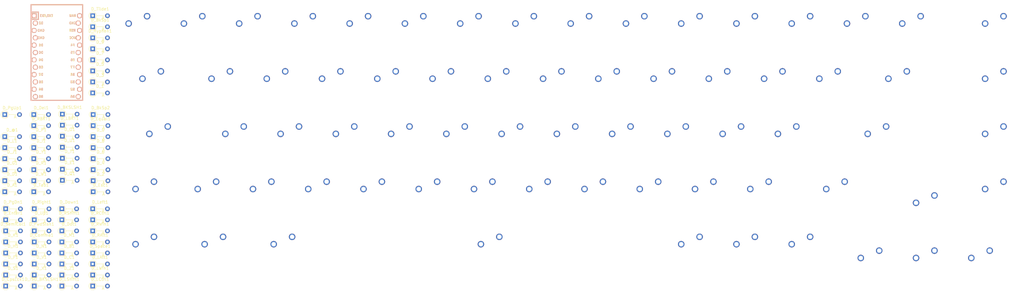
<source format=kicad_pcb>
(kicad_pcb (version 20171130) (host pcbnew "(5.1.7)-1")
  (layers (0 F.Cu signal) (31 B.Cu signal) (34 B.Paste user) (35 F.Paste user) (36 B.SilkS user) (37 F.SilkS user) (38 B.Mask user) (39 F.Mask user) (44 Edge.Cuts user))
  (net 0 "")
  (net 1 "Net-(D_0-Pad2)")
  (net 2 ROW1)
  (net 3 "Net-(D_1-Pad2)")
  (net 4 ROW0)
  (net 5 "Net-(D_2-Pad2)")
  (net 6 "Net-(D_3-Pad2)")
  (net 7 "Net-(D_4-Pad2)")
  (net 8 "Net-(D_5-Pad2)")
  (net 9 "Net-(D_6-Pad2)")
  (net 10 "Net-(D_7-Pad2)")
  (net 11 "Net-(D_8-Pad2)")
  (net 12 "Net-(D_9-Pad2)")
  (net 13 "Net-(D_@1-Pad2)")
  (net 14 ROW4)
  (net 15 "Net-(D_A1-Pad2)")
  (net 16 "Net-(D_B1-Pad2)")
  (net 17 ROW7)
  (net 18 "Net-(D_BKSLSH1-Pad2)")
  (net 19 ROW2)
  (net 20 "Net-(D_BkSp1-Pad2)")
  (net 21 "Net-(D_BkSp2-Pad2)")
  (net 22 "Net-(D_C1-Pad2)")
  (net 23 "Net-(D_Comma1-Pad2)")
  (net 24 ROW6)
  (net 25 "Net-(D_CpsLck1-Pad2)")
  (net 26 ROW5)
  (net 27 "Net-(D_D1-Pad2)")
  (net 28 "Net-(D_Del1-Pad2)")
  (net 29 ROW3)
  (net 30 "Net-(D_Dot1-Pad2)")
  (net 31 "Net-(D_Down1-Pad2)")
  (net 32 "Net-(D_E1-Pad2)")
  (net 33 "Net-(D_Enter1-Pad2)")
  (net 34 "Net-(D_Equal1-Pad2)")
  (net 35 "Net-(D_Esc1-Pad2)")
  (net 36 "Net-(D_F1-Pad2)")
  (net 37 "Net-(D_FwdSlsh1-Pad2)")
  (net 38 "Net-(D_G1-Pad2)")
  (net 39 "Net-(D_H1-Pad2)")
  (net 40 "Net-(D_Hyphen1-Pad2)")
  (net 41 "Net-(D_I1-Pad2)")
  (net 42 "Net-(D_ISO_BKSLSH1-Pad2)")
  (net 43 "Net-(D_J1-Pad2)")
  (net 44 "Net-(D_K1-Pad2)")
  (net 45 "Net-(D_L1-Pad2)")
  (net 46 "Net-(D_LAlt1-Pad2)")
  (net 47 ROW8)
  (net 48 "Net-(D_LBKT1-Pad2)")
  (net 49 "Net-(D_LCtrl1-Pad2)")
  (net 50 "Net-(D_Left1-Pad2)")
  (net 51 "Net-(D_LShift1-Pad2)")
  (net 52 "Net-(D_LWin1-Pad2)")
  (net 53 "Net-(D_M1-Pad2)")
  (net 54 "Net-(D_N1-Pad2)")
  (net 55 "Net-(D_O1-Pad2)")
  (net 56 "Net-(D_P1-Pad2)")
  (net 57 "Net-(D_PgDn1-Pad2)")
  (net 58 "Net-(D_PgUp1-Pad2)")
  (net 59 "Net-(D_Q1-Pad2)")
  (net 60 "Net-(D_R1-Pad2)")
  (net 61 "Net-(D_RAlt1-Pad2)")
  (net 62 "Net-(D_RBKT1-Pad2)")
  (net 63 "Net-(D_RCtrl1-Pad2)")
  (net 64 "Net-(D_Right1-Pad2)")
  (net 65 "Net-(D_RShift1-Pad2)")
  (net 66 "Net-(D_RWin1-Pad2)")
  (net 67 "Net-(D_S1-Pad2)")
  (net 68 "Net-(D_SemiCol1-Pad2)")
  (net 69 "Net-(D_Space1-Pad2)")
  (net 70 "Net-(D_T1-Pad2)")
  (net 71 "Net-(D_Tab1-Pad2)")
  (net 72 "Net-(D_Tilde1-Pad2)")
  (net 73 "Net-(D_U1-Pad2)")
  (net 74 "Net-(D_Up1-Pad2)")
  (net 75 "Net-(D_V1-Pad2)")
  (net 76 "Net-(D_W1-Pad2)")
  (net 77 "Net-(D_X1-Pad2)")
  (net 78 "Net-(D_Y1-Pad2)")
  (net 79 "Net-(D_Z1-Pad2)")
  (net 80 COL5)
  (net 81 COL0)
  (net 82 COL1)
  (net 83 COL2)
  (net 84 COL3)
  (net 85 COL4)
  (net 86 COL6)
  (net 87 COL7)
  (net 88 "Net-(U1-Pad24)")
  (net 89 "Net-(U1-Pad23)")
  (net 90 "Net-(U1-Pad22)")
  (net 91 "Net-(U1-Pad21)")
  (net 92 "Net-(U1-Pad4)")
  (net 93 "Net-(U1-Pad3)")
  (net 94 "Net-(U1-Pad1)")
  (module MX_Only:MXOnly-2.25U-NoLED (layer F.Cu) (at 277.8125 69.85)
    (fp_text reference MX_Enter1)
    (fp_text value MX-NoLED)
    (pad 2 thru_hole circle (at 2.54 -5.08) (size 2.25 2.25) (drill 1.47) (layers *.Cu B.Mask) (net 33 "Net-(D_Enter1-Pad2)"))
    (pad "" np_thru_hole circle (at 0 0) (size 3.9878 3.9878) (drill 3.9878) (layers *.Cu *.Mask))
    (pad 1 thru_hole circle (at -3.81 -2.54) (size 2.25 2.25) (drill 1.47) (layers *.Cu B.Mask) (net 86 COL6))
    (pad "" np_thru_hole circle (at -5.08 0 48.0996) (size 1.75 1.75) (drill 1.75) (layers *.Cu *.Mask))
    (pad "" np_thru_hole circle (at 5.08 0 48.0996) (size 1.75 1.75) (drill 1.75) (layers *.Cu *.Mask))
    (pad "" np_thru_hole circle (at -11.90625 -6.985) (size 3.048 3.048) (drill 3.048) (layers *.Cu *.Mask))
    (pad "" np_thru_hole circle (at 11.90625 -6.985) (size 3.048 3.048) (drill 3.048) (layers *.Cu *.Mask))
    (pad "" np_thru_hole circle (at -11.90625 8.255) (size 3.9878 3.9878) (drill 3.9878) (layers *.Cu *.Mask))
    (pad "" np_thru_hole circle (at 11.90625 8.255) (size 3.9878 3.9878) (drill 3.9878) (layers *.Cu *.Mask))
  )
  (module MX_Only:MXOnly-1.5U-NoLED (layer F.Cu) (at 284.95625 50.8)
    (fp_text reference MX_BKSLSH1)
    (fp_text value MX-NoLED)
    (pad 2 thru_hole circle (at 2.54 -5.08) (size 2.25 2.25) (drill 1.47) (layers *.Cu B.Mask) (net 18 "Net-(D_BKSLSH1-Pad2)"))
    (pad "" np_thru_hole circle (at 0 0) (size 3.9878 3.9878) (drill 3.9878) (layers *.Cu *.Mask))
    (pad 1 thru_hole circle (at -3.81 -2.54) (size 2.25 2.25) (drill 1.47) (layers *.Cu B.Mask) (net 86 COL6))
    (pad "" np_thru_hole circle (at -5.08 0 48.0996) (size 1.75 1.75) (drill 1.75) (layers *.Cu *.Mask))
    (pad "" np_thru_hole circle (at 5.08 0 48.0996) (size 1.75 1.75) (drill 1.75) (layers *.Cu *.Mask))
  )
  (module MX_Only:MXOnly-1.75U-NoLED (layer F.Cu) (at 263.525 88.9)
    (fp_text reference MX_RShift1)
    (fp_text value MX-NoLED)
    (pad 2 thru_hole circle (at 2.54 -5.08) (size 2.25 2.25) (drill 1.47) (layers *.Cu B.Mask) (net 65 "Net-(D_RShift1-Pad2)"))
    (pad "" np_thru_hole circle (at 0 0) (size 3.9878 3.9878) (drill 3.9878) (layers *.Cu *.Mask))
    (pad 1 thru_hole circle (at -3.81 -2.54) (size 2.25 2.25) (drill 1.47) (layers *.Cu B.Mask) (net 86 COL6))
    (pad "" np_thru_hole circle (at -5.08 0 48.0996) (size 1.75 1.75) (drill 1.75) (layers *.Cu *.Mask))
    (pad "" np_thru_hole circle (at 5.08 0 48.0996) (size 1.75 1.75) (drill 1.75) (layers *.Cu *.Mask))
  )
  (module MX_Only:MXOnly-6.25U-NoLED (layer F.Cu) (at 144.4625 107.95)
    (fp_text reference MX_Space1)
    (fp_text value MX-NoLED)
    (pad 2 thru_hole circle (at 2.54 -5.08) (size 2.25 2.25) (drill 1.47) (layers *.Cu B.Mask) (net 69 "Net-(D_Space1-Pad2)"))
    (pad "" np_thru_hole circle (at 0 0) (size 3.9878 3.9878) (drill 3.9878) (layers *.Cu *.Mask))
    (pad 1 thru_hole circle (at -3.81 -2.54) (size 2.25 2.25) (drill 1.47) (layers *.Cu B.Mask) (net 84 COL3))
    (pad "" np_thru_hole circle (at -5.08 0 48.0996) (size 1.75 1.75) (drill 1.75) (layers *.Cu *.Mask))
    (pad "" np_thru_hole circle (at 5.08 0 48.0996) (size 1.75 1.75) (drill 1.75) (layers *.Cu *.Mask))
    (pad "" np_thru_hole circle (at -49.9999 -6.985) (size 3.048 3.048) (drill 3.048) (layers *.Cu *.Mask))
    (pad "" np_thru_hole circle (at 49.9999 -6.985) (size 3.048 3.048) (drill 3.048) (layers *.Cu *.Mask))
    (pad "" np_thru_hole circle (at -49.9999 8.255) (size 3.9878 3.9878) (drill 3.9878) (layers *.Cu *.Mask))
    (pad "" np_thru_hole circle (at 49.9999 8.255) (size 3.9878 3.9878) (drill 3.9878) (layers *.Cu *.Mask))
  )
  (module MX_Only:MXOnly-1.25U-NoLED (layer F.Cu) (at 73.025 107.95)
    (fp_text reference MX_LAlt1)
    (fp_text value MX-NoLED)
    (pad 2 thru_hole circle (at 2.54 -5.08) (size 2.25 2.25) (drill 1.47) (layers *.Cu B.Mask) (net 46 "Net-(D_LAlt1-Pad2)"))
    (pad "" np_thru_hole circle (at 0 0) (size 3.9878 3.9878) (drill 3.9878) (layers *.Cu *.Mask))
    (pad 1 thru_hole circle (at -3.81 -2.54) (size 2.25 2.25) (drill 1.47) (layers *.Cu B.Mask) (net 83 COL2))
    (pad "" np_thru_hole circle (at -5.08 0 48.0996) (size 1.75 1.75) (drill 1.75) (layers *.Cu *.Mask))
    (pad "" np_thru_hole circle (at 5.08 0 48.0996) (size 1.75 1.75) (drill 1.75) (layers *.Cu *.Mask))
  )
  (module MX_Only:MXOnly-1.25U-NoLED (layer F.Cu) (at 49.2125 107.95)
    (fp_text reference MX_LWin1)
    (fp_text value MX-NoLED)
    (pad 2 thru_hole circle (at 2.54 -5.08) (size 2.25 2.25) (drill 1.47) (layers *.Cu B.Mask) (net 52 "Net-(D_LWin1-Pad2)"))
    (pad "" np_thru_hole circle (at 0 0) (size 3.9878 3.9878) (drill 3.9878) (layers *.Cu *.Mask))
    (pad 1 thru_hole circle (at -3.81 -2.54) (size 2.25 2.25) (drill 1.47) (layers *.Cu B.Mask) (net 82 COL1))
    (pad "" np_thru_hole circle (at -5.08 0 48.0996) (size 1.75 1.75) (drill 1.75) (layers *.Cu *.Mask))
    (pad "" np_thru_hole circle (at 5.08 0 48.0996) (size 1.75 1.75) (drill 1.75) (layers *.Cu *.Mask))
  )
  (module MX_Only:MXOnly-1.25U-NoLED (layer F.Cu) (at 25.4 107.95)
    (fp_text reference MX_LCtrl1)
    (fp_text value MX-NoLED)
    (pad 2 thru_hole circle (at 2.54 -5.08) (size 2.25 2.25) (drill 1.47) (layers *.Cu B.Mask) (net 49 "Net-(D_LCtrl1-Pad2)"))
    (pad "" np_thru_hole circle (at 0 0) (size 3.9878 3.9878) (drill 3.9878) (layers *.Cu *.Mask))
    (pad 1 thru_hole circle (at -3.81 -2.54) (size 2.25 2.25) (drill 1.47) (layers *.Cu B.Mask) (net 81 COL0))
    (pad "" np_thru_hole circle (at -5.08 0 48.0996) (size 1.75 1.75) (drill 1.75) (layers *.Cu *.Mask))
    (pad "" np_thru_hole circle (at 5.08 0 48.0996) (size 1.75 1.75) (drill 1.75) (layers *.Cu *.Mask))
  )
  (module MX_Only:MXOnly-1.25U-NoLED (layer F.Cu) (at 25.4 88.9)
    (fp_text reference MX_LShift1)
    (fp_text value MX-NoLED)
    (pad 2 thru_hole circle (at 2.54 -5.08) (size 2.25 2.25) (drill 1.47) (layers *.Cu B.Mask) (net 51 "Net-(D_LShift1-Pad2)"))
    (pad "" np_thru_hole circle (at 0 0) (size 3.9878 3.9878) (drill 3.9878) (layers *.Cu *.Mask))
    (pad 1 thru_hole circle (at -3.81 -2.54) (size 2.25 2.25) (drill 1.47) (layers *.Cu B.Mask) (net 81 COL0))
    (pad "" np_thru_hole circle (at -5.08 0 48.0996) (size 1.75 1.75) (drill 1.75) (layers *.Cu *.Mask))
    (pad "" np_thru_hole circle (at 5.08 0 48.0996) (size 1.75 1.75) (drill 1.75) (layers *.Cu *.Mask))
  )
  (module MX_Only:MXOnly-1.75U-NoLED (layer F.Cu) (at 30.1625 69.85)
    (fp_text reference MX_CpsLck1)
    (fp_text value MX-NoLED)
    (pad 2 thru_hole circle (at 2.54 -5.08) (size 2.25 2.25) (drill 1.47) (layers *.Cu B.Mask) (net 25 "Net-(D_CpsLck1-Pad2)"))
    (pad "" np_thru_hole circle (at 0 0) (size 3.9878 3.9878) (drill 3.9878) (layers *.Cu *.Mask))
    (pad 1 thru_hole circle (at -3.81 -2.54) (size 2.25 2.25) (drill 1.47) (layers *.Cu B.Mask) (net 81 COL0))
    (pad "" np_thru_hole circle (at -5.08 0 48.0996) (size 1.75 1.75) (drill 1.75) (layers *.Cu *.Mask))
    (pad "" np_thru_hole circle (at 5.08 0 48.0996) (size 1.75 1.75) (drill 1.75) (layers *.Cu *.Mask))
  )
  (module MX_Only:MXOnly-1.5U-NoLED (layer F.Cu) (at 27.78125 50.8)
    (fp_text reference MX_Tab1)
    (fp_text value MX-NoLED)
    (pad 2 thru_hole circle (at 2.54 -5.08) (size 2.25 2.25) (drill 1.47) (layers *.Cu B.Mask) (net 71 "Net-(D_Tab1-Pad2)"))
    (pad "" np_thru_hole circle (at 0 0) (size 3.9878 3.9878) (drill 3.9878) (layers *.Cu *.Mask))
    (pad 1 thru_hole circle (at -3.81 -2.54) (size 2.25 2.25) (drill 1.47) (layers *.Cu B.Mask) (net 81 COL0))
    (pad "" np_thru_hole circle (at -5.08 0 48.0996) (size 1.75 1.75) (drill 1.75) (layers *.Cu *.Mask))
    (pad "" np_thru_hole circle (at 5.08 0 48.0996) (size 1.75 1.75) (drill 1.75) (layers *.Cu *.Mask))
  )
  (module MX_Only:MXOnly-1U-NoLED (layer F.Cu) (at 65.88125 88.9)
    (fp_text reference MX_Z1)
    (fp_text value MX-NoLED)
    (pad 2 thru_hole circle (at 2.54 -5.08) (size 2.25 2.25) (drill 1.47) (layers *.Cu B.Mask) (net 79 "Net-(D_Z1-Pad2)"))
    (pad "" np_thru_hole circle (at 0 0) (size 3.9878 3.9878) (drill 3.9878) (layers *.Cu *.Mask))
    (pad 1 thru_hole circle (at -3.81 -2.54) (size 2.25 2.25) (drill 1.47) (layers *.Cu B.Mask) (net 82 COL1))
    (pad "" np_thru_hole circle (at -5.08 0 48.0996) (size 1.75 1.75) (drill 1.75) (layers *.Cu *.Mask))
    (pad "" np_thru_hole circle (at 5.08 0 48.0996) (size 1.75 1.75) (drill 1.75) (layers *.Cu *.Mask))
  )
  (module MX_Only:MXOnly-1U-NoLED (layer F.Cu) (at 146.84375 50.8)
    (fp_text reference MX_Y1)
    (fp_text value MX-NoLED)
    (pad 2 thru_hole circle (at 2.54 -5.08) (size 2.25 2.25) (drill 1.47) (layers *.Cu B.Mask) (net 78 "Net-(D_Y1-Pad2)"))
    (pad "" np_thru_hole circle (at 0 0) (size 3.9878 3.9878) (drill 3.9878) (layers *.Cu *.Mask))
    (pad 1 thru_hole circle (at -3.81 -2.54) (size 2.25 2.25) (drill 1.47) (layers *.Cu B.Mask) (net 84 COL3))
    (pad "" np_thru_hole circle (at -5.08 0 48.0996) (size 1.75 1.75) (drill 1.75) (layers *.Cu *.Mask))
    (pad "" np_thru_hole circle (at 5.08 0 48.0996) (size 1.75 1.75) (drill 1.75) (layers *.Cu *.Mask))
  )
  (module MX_Only:MXOnly-1U-NoLED (layer F.Cu) (at 84.93125 88.9)
    (fp_text reference MX_X1)
    (fp_text value MX-NoLED)
    (pad 2 thru_hole circle (at 2.54 -5.08) (size 2.25 2.25) (drill 1.47) (layers *.Cu B.Mask) (net 77 "Net-(D_X1-Pad2)"))
    (pad "" np_thru_hole circle (at 0 0) (size 3.9878 3.9878) (drill 3.9878) (layers *.Cu *.Mask))
    (pad 1 thru_hole circle (at -3.81 -2.54) (size 2.25 2.25) (drill 1.47) (layers *.Cu B.Mask) (net 82 COL1))
    (pad "" np_thru_hole circle (at -5.08 0 48.0996) (size 1.75 1.75) (drill 1.75) (layers *.Cu *.Mask))
    (pad "" np_thru_hole circle (at 5.08 0 48.0996) (size 1.75 1.75) (drill 1.75) (layers *.Cu *.Mask))
  )
  (module MX_Only:MXOnly-1U-NoLED (layer F.Cu) (at 70.64375 50.8)
    (fp_text reference MX_W1)
    (fp_text value MX-NoLED)
    (pad 2 thru_hole circle (at 2.54 -5.08) (size 2.25 2.25) (drill 1.47) (layers *.Cu B.Mask) (net 76 "Net-(D_W1-Pad2)"))
    (pad "" np_thru_hole circle (at 0 0) (size 3.9878 3.9878) (drill 3.9878) (layers *.Cu *.Mask))
    (pad 1 thru_hole circle (at -3.81 -2.54) (size 2.25 2.25) (drill 1.47) (layers *.Cu B.Mask) (net 82 COL1))
    (pad "" np_thru_hole circle (at -5.08 0 48.0996) (size 1.75 1.75) (drill 1.75) (layers *.Cu *.Mask))
    (pad "" np_thru_hole circle (at 5.08 0 48.0996) (size 1.75 1.75) (drill 1.75) (layers *.Cu *.Mask))
  )
  (module MX_Only:MXOnly-1U-NoLED (layer F.Cu) (at 123.03125 88.9)
    (fp_text reference MX_V1)
    (fp_text value MX-NoLED)
    (pad 2 thru_hole circle (at 2.54 -5.08) (size 2.25 2.25) (drill 1.47) (layers *.Cu B.Mask) (net 75 "Net-(D_V1-Pad2)"))
    (pad "" np_thru_hole circle (at 0 0) (size 3.9878 3.9878) (drill 3.9878) (layers *.Cu *.Mask))
    (pad 1 thru_hole circle (at -3.81 -2.54) (size 2.25 2.25) (drill 1.47) (layers *.Cu B.Mask) (net 83 COL2))
    (pad "" np_thru_hole circle (at -5.08 0 48.0996) (size 1.75 1.75) (drill 1.75) (layers *.Cu *.Mask))
    (pad "" np_thru_hole circle (at 5.08 0 48.0996) (size 1.75 1.75) (drill 1.75) (layers *.Cu *.Mask))
  )
  (module MX_Only:MXOnly-1U-NoLED (layer F.Cu) (at 294.48125 93.6625)
    (fp_text reference MX_Up1)
    (fp_text value MX-NoLED)
    (pad 2 thru_hole circle (at 2.54 -5.08) (size 2.25 2.25) (drill 1.47) (layers *.Cu B.Mask) (net 74 "Net-(D_Up1-Pad2)"))
    (pad "" np_thru_hole circle (at 0 0) (size 3.9878 3.9878) (drill 3.9878) (layers *.Cu *.Mask))
    (pad 1 thru_hole circle (at -3.81 -2.54) (size 2.25 2.25) (drill 1.47) (layers *.Cu B.Mask) (net 86 COL6))
    (pad "" np_thru_hole circle (at -5.08 0 48.0996) (size 1.75 1.75) (drill 1.75) (layers *.Cu *.Mask))
    (pad "" np_thru_hole circle (at 5.08 0 48.0996) (size 1.75 1.75) (drill 1.75) (layers *.Cu *.Mask))
  )
  (module MX_Only:MXOnly-1U-NoLED (layer F.Cu) (at 165.89375 50.8)
    (fp_text reference MX_U1)
    (fp_text value MX-NoLED)
    (pad 2 thru_hole circle (at 2.54 -5.08) (size 2.25 2.25) (drill 1.47) (layers *.Cu B.Mask) (net 73 "Net-(D_U1-Pad2)"))
    (pad "" np_thru_hole circle (at 0 0) (size 3.9878 3.9878) (drill 3.9878) (layers *.Cu *.Mask))
    (pad 1 thru_hole circle (at -3.81 -2.54) (size 2.25 2.25) (drill 1.47) (layers *.Cu B.Mask) (net 84 COL3))
    (pad "" np_thru_hole circle (at -5.08 0 48.0996) (size 1.75 1.75) (drill 1.75) (layers *.Cu *.Mask))
    (pad "" np_thru_hole circle (at 5.08 0 48.0996) (size 1.75 1.75) (drill 1.75) (layers *.Cu *.Mask))
  )
  (module MX_Only:MXOnly-1U-NoLED (layer F.Cu) (at 318.29375 31.75)
    (fp_text reference MX_Tilde1)
    (fp_text value MX-NoLED)
    (pad 2 thru_hole circle (at 2.54 -5.08) (size 2.25 2.25) (drill 1.47) (layers *.Cu B.Mask) (net 72 "Net-(D_Tilde1-Pad2)"))
    (pad "" np_thru_hole circle (at 0 0) (size 3.9878 3.9878) (drill 3.9878) (layers *.Cu *.Mask))
    (pad 1 thru_hole circle (at -3.81 -2.54) (size 2.25 2.25) (drill 1.47) (layers *.Cu B.Mask) (net 87 COL7))
    (pad "" np_thru_hole circle (at -5.08 0 48.0996) (size 1.75 1.75) (drill 1.75) (layers *.Cu *.Mask))
    (pad "" np_thru_hole circle (at 5.08 0 48.0996) (size 1.75 1.75) (drill 1.75) (layers *.Cu *.Mask))
  )
  (module MX_Only:MXOnly-1U-NoLED (layer F.Cu) (at 127.79375 50.8)
    (fp_text reference MX_T1)
    (fp_text value MX-NoLED)
    (pad 2 thru_hole circle (at 2.54 -5.08) (size 2.25 2.25) (drill 1.47) (layers *.Cu B.Mask) (net 70 "Net-(D_T1-Pad2)"))
    (pad "" np_thru_hole circle (at 0 0) (size 3.9878 3.9878) (drill 3.9878) (layers *.Cu *.Mask))
    (pad 1 thru_hole circle (at -3.81 -2.54) (size 2.25 2.25) (drill 1.47) (layers *.Cu B.Mask) (net 83 COL2))
    (pad "" np_thru_hole circle (at -5.08 0 48.0996) (size 1.75 1.75) (drill 1.75) (layers *.Cu *.Mask))
    (pad "" np_thru_hole circle (at 5.08 0 48.0996) (size 1.75 1.75) (drill 1.75) (layers *.Cu *.Mask))
  )
  (module MX_Only:MXOnly-1U-NoLED (layer F.Cu) (at 227.80625 69.85)
    (fp_text reference MX_SemiCol1)
    (fp_text value MX-NoLED)
    (pad 2 thru_hole circle (at 2.54 -5.08) (size 2.25 2.25) (drill 1.47) (layers *.Cu B.Mask) (net 68 "Net-(D_SemiCol1-Pad2)"))
    (pad "" np_thru_hole circle (at 0 0) (size 3.9878 3.9878) (drill 3.9878) (layers *.Cu *.Mask))
    (pad 1 thru_hole circle (at -3.81 -2.54) (size 2.25 2.25) (drill 1.47) (layers *.Cu B.Mask) (net 80 COL5))
    (pad "" np_thru_hole circle (at -5.08 0 48.0996) (size 1.75 1.75) (drill 1.75) (layers *.Cu *.Mask))
    (pad "" np_thru_hole circle (at 5.08 0 48.0996) (size 1.75 1.75) (drill 1.75) (layers *.Cu *.Mask))
  )
  (module MX_Only:MXOnly-1U-NoLED (layer F.Cu) (at 75.40625 69.85)
    (fp_text reference MX_S1)
    (fp_text value MX-NoLED)
    (pad 2 thru_hole circle (at 2.54 -5.08) (size 2.25 2.25) (drill 1.47) (layers *.Cu B.Mask) (net 67 "Net-(D_S1-Pad2)"))
    (pad "" np_thru_hole circle (at 0 0) (size 3.9878 3.9878) (drill 3.9878) (layers *.Cu *.Mask))
    (pad 1 thru_hole circle (at -3.81 -2.54) (size 2.25 2.25) (drill 1.47) (layers *.Cu B.Mask) (net 82 COL1))
    (pad "" np_thru_hole circle (at -5.08 0 48.0996) (size 1.75 1.75) (drill 1.75) (layers *.Cu *.Mask))
    (pad "" np_thru_hole circle (at 5.08 0 48.0996) (size 1.75 1.75) (drill 1.75) (layers *.Cu *.Mask))
  )
  (module MX_Only:MXOnly-1U-NoLED (layer F.Cu) (at 232.56875 107.95)
    (fp_text reference MX_RWin1)
    (fp_text value MX-NoLED)
    (pad 2 thru_hole circle (at 2.54 -5.08) (size 2.25 2.25) (drill 1.47) (layers *.Cu B.Mask) (net 66 "Net-(D_RWin1-Pad2)"))
    (pad "" np_thru_hole circle (at 0 0) (size 3.9878 3.9878) (drill 3.9878) (layers *.Cu *.Mask))
    (pad 1 thru_hole circle (at -3.81 -2.54) (size 2.25 2.25) (drill 1.47) (layers *.Cu B.Mask) (net 80 COL5))
    (pad "" np_thru_hole circle (at -5.08 0 48.0996) (size 1.75 1.75) (drill 1.75) (layers *.Cu *.Mask))
    (pad "" np_thru_hole circle (at 5.08 0 48.0996) (size 1.75 1.75) (drill 1.75) (layers *.Cu *.Mask))
  )
  (module MX_Only:MXOnly-1U-NoLED (layer F.Cu) (at 313.53125 112.7125)
    (fp_text reference MX_Right1)
    (fp_text value MX-NoLED)
    (pad 2 thru_hole circle (at 2.54 -5.08) (size 2.25 2.25) (drill 1.47) (layers *.Cu B.Mask) (net 64 "Net-(D_Right1-Pad2)"))
    (pad "" np_thru_hole circle (at 0 0) (size 3.9878 3.9878) (drill 3.9878) (layers *.Cu *.Mask))
    (pad 1 thru_hole circle (at -3.81 -2.54) (size 2.25 2.25) (drill 1.47) (layers *.Cu B.Mask) (net 87 COL7))
    (pad "" np_thru_hole circle (at -5.08 0 48.0996) (size 1.75 1.75) (drill 1.75) (layers *.Cu *.Mask))
    (pad "" np_thru_hole circle (at 5.08 0 48.0996) (size 1.75 1.75) (drill 1.75) (layers *.Cu *.Mask))
  )
  (module MX_Only:MXOnly-1U-NoLED (layer F.Cu) (at 251.61875 107.95)
    (fp_text reference MX_RCtrl1)
    (fp_text value MX-NoLED)
    (pad 2 thru_hole circle (at 2.54 -5.08) (size 2.25 2.25) (drill 1.47) (layers *.Cu B.Mask) (net 63 "Net-(D_RCtrl1-Pad2)"))
    (pad "" np_thru_hole circle (at 0 0) (size 3.9878 3.9878) (drill 3.9878) (layers *.Cu *.Mask))
    (pad 1 thru_hole circle (at -3.81 -2.54) (size 2.25 2.25) (drill 1.47) (layers *.Cu B.Mask) (net 86 COL6))
    (pad "" np_thru_hole circle (at -5.08 0 48.0996) (size 1.75 1.75) (drill 1.75) (layers *.Cu *.Mask))
    (pad "" np_thru_hole circle (at 5.08 0 48.0996) (size 1.75 1.75) (drill 1.75) (layers *.Cu *.Mask))
  )
  (module MX_Only:MXOnly-1U-NoLED (layer F.Cu) (at 261.14375 50.8)
    (fp_text reference MX_RBKT1)
    (fp_text value MX-NoLED)
    (pad 2 thru_hole circle (at 2.54 -5.08) (size 2.25 2.25) (drill 1.47) (layers *.Cu B.Mask) (net 62 "Net-(D_RBKT1-Pad2)"))
    (pad "" np_thru_hole circle (at 0 0) (size 3.9878 3.9878) (drill 3.9878) (layers *.Cu *.Mask))
    (pad 1 thru_hole circle (at -3.81 -2.54) (size 2.25 2.25) (drill 1.47) (layers *.Cu B.Mask) (net 86 COL6))
    (pad "" np_thru_hole circle (at -5.08 0 48.0996) (size 1.75 1.75) (drill 1.75) (layers *.Cu *.Mask))
    (pad "" np_thru_hole circle (at 5.08 0 48.0996) (size 1.75 1.75) (drill 1.75) (layers *.Cu *.Mask))
  )
  (module MX_Only:MXOnly-1U-NoLED (layer F.Cu) (at 213.51875 107.95)
    (fp_text reference MX_RAlt1)
    (fp_text value MX-NoLED)
    (pad 2 thru_hole circle (at 2.54 -5.08) (size 2.25 2.25) (drill 1.47) (layers *.Cu B.Mask) (net 61 "Net-(D_RAlt1-Pad2)"))
    (pad "" np_thru_hole circle (at 0 0) (size 3.9878 3.9878) (drill 3.9878) (layers *.Cu *.Mask))
    (pad 1 thru_hole circle (at -3.81 -2.54) (size 2.25 2.25) (drill 1.47) (layers *.Cu B.Mask) (net 85 COL4))
    (pad "" np_thru_hole circle (at -5.08 0 48.0996) (size 1.75 1.75) (drill 1.75) (layers *.Cu *.Mask))
    (pad "" np_thru_hole circle (at 5.08 0 48.0996) (size 1.75 1.75) (drill 1.75) (layers *.Cu *.Mask))
  )
  (module MX_Only:MXOnly-1U-NoLED (layer F.Cu) (at 108.74375 50.8)
    (fp_text reference MX_R1)
    (fp_text value MX-NoLED)
    (pad 2 thru_hole circle (at 2.54 -5.08) (size 2.25 2.25) (drill 1.47) (layers *.Cu B.Mask) (net 60 "Net-(D_R1-Pad2)"))
    (pad "" np_thru_hole circle (at 0 0) (size 3.9878 3.9878) (drill 3.9878) (layers *.Cu *.Mask))
    (pad 1 thru_hole circle (at -3.81 -2.54) (size 2.25 2.25) (drill 1.47) (layers *.Cu B.Mask) (net 83 COL2))
    (pad "" np_thru_hole circle (at -5.08 0 48.0996) (size 1.75 1.75) (drill 1.75) (layers *.Cu *.Mask))
    (pad "" np_thru_hole circle (at 5.08 0 48.0996) (size 1.75 1.75) (drill 1.75) (layers *.Cu *.Mask))
  )
  (module MX_Only:MXOnly-1U-NoLED (layer F.Cu) (at 51.59375 50.8)
    (fp_text reference MX_Q1)
    (fp_text value MX-NoLED)
    (pad 2 thru_hole circle (at 2.54 -5.08) (size 2.25 2.25) (drill 1.47) (layers *.Cu B.Mask) (net 59 "Net-(D_Q1-Pad2)"))
    (pad "" np_thru_hole circle (at 0 0) (size 3.9878 3.9878) (drill 3.9878) (layers *.Cu *.Mask))
    (pad 1 thru_hole circle (at -3.81 -2.54) (size 2.25 2.25) (drill 1.47) (layers *.Cu B.Mask) (net 81 COL0))
    (pad "" np_thru_hole circle (at -5.08 0 48.0996) (size 1.75 1.75) (drill 1.75) (layers *.Cu *.Mask))
    (pad "" np_thru_hole circle (at 5.08 0 48.0996) (size 1.75 1.75) (drill 1.75) (layers *.Cu *.Mask))
  )
  (module MX_Only:MXOnly-1U-NoLED (layer F.Cu) (at 318.29375 69.85)
    (fp_text reference MX_PgUp1)
    (fp_text value MX-NoLED)
    (pad 2 thru_hole circle (at 2.54 -5.08) (size 2.25 2.25) (drill 1.47) (layers *.Cu B.Mask) (net 58 "Net-(D_PgUp1-Pad2)"))
    (pad "" np_thru_hole circle (at 0 0) (size 3.9878 3.9878) (drill 3.9878) (layers *.Cu *.Mask))
    (pad 1 thru_hole circle (at -3.81 -2.54) (size 2.25 2.25) (drill 1.47) (layers *.Cu B.Mask) (net 87 COL7))
    (pad "" np_thru_hole circle (at -5.08 0 48.0996) (size 1.75 1.75) (drill 1.75) (layers *.Cu *.Mask))
    (pad "" np_thru_hole circle (at 5.08 0 48.0996) (size 1.75 1.75) (drill 1.75) (layers *.Cu *.Mask))
  )
  (module MX_Only:MXOnly-1U-NoLED (layer F.Cu) (at 318.29375 88.9)
    (fp_text reference MX_PgDn1)
    (fp_text value MX-NoLED)
    (pad 2 thru_hole circle (at 2.54 -5.08) (size 2.25 2.25) (drill 1.47) (layers *.Cu B.Mask) (net 57 "Net-(D_PgDn1-Pad2)"))
    (pad "" np_thru_hole circle (at 0 0) (size 3.9878 3.9878) (drill 3.9878) (layers *.Cu *.Mask))
    (pad 1 thru_hole circle (at -3.81 -2.54) (size 2.25 2.25) (drill 1.47) (layers *.Cu B.Mask) (net 87 COL7))
    (pad "" np_thru_hole circle (at -5.08 0 48.0996) (size 1.75 1.75) (drill 1.75) (layers *.Cu *.Mask))
    (pad "" np_thru_hole circle (at 5.08 0 48.0996) (size 1.75 1.75) (drill 1.75) (layers *.Cu *.Mask))
  )
  (module MX_Only:MXOnly-1U-NoLED (layer F.Cu) (at 223.04375 50.8)
    (fp_text reference MX_P1)
    (fp_text value MX-NoLED)
    (pad 2 thru_hole circle (at 2.54 -5.08) (size 2.25 2.25) (drill 1.47) (layers *.Cu B.Mask) (net 56 "Net-(D_P1-Pad2)"))
    (pad "" np_thru_hole circle (at 0 0) (size 3.9878 3.9878) (drill 3.9878) (layers *.Cu *.Mask))
    (pad 1 thru_hole circle (at -3.81 -2.54) (size 2.25 2.25) (drill 1.47) (layers *.Cu B.Mask) (net 80 COL5))
    (pad "" np_thru_hole circle (at -5.08 0 48.0996) (size 1.75 1.75) (drill 1.75) (layers *.Cu *.Mask))
    (pad "" np_thru_hole circle (at 5.08 0 48.0996) (size 1.75 1.75) (drill 1.75) (layers *.Cu *.Mask))
  )
  (module MX_Only:MXOnly-1U-NoLED (layer F.Cu) (at 203.99375 50.8)
    (fp_text reference MX_O1)
    (fp_text value MX-NoLED)
    (pad 2 thru_hole circle (at 2.54 -5.08) (size 2.25 2.25) (drill 1.47) (layers *.Cu B.Mask) (net 55 "Net-(D_O1-Pad2)"))
    (pad "" np_thru_hole circle (at 0 0) (size 3.9878 3.9878) (drill 3.9878) (layers *.Cu *.Mask))
    (pad 1 thru_hole circle (at -3.81 -2.54) (size 2.25 2.25) (drill 1.47) (layers *.Cu B.Mask) (net 85 COL4))
    (pad "" np_thru_hole circle (at -5.08 0 48.0996) (size 1.75 1.75) (drill 1.75) (layers *.Cu *.Mask))
    (pad "" np_thru_hole circle (at 5.08 0 48.0996) (size 1.75 1.75) (drill 1.75) (layers *.Cu *.Mask))
  )
  (module MX_Only:MXOnly-1U-NoLED (layer F.Cu) (at 161.13125 88.9)
    (fp_text reference MX_N1)
    (fp_text value MX-NoLED)
    (pad 2 thru_hole circle (at 2.54 -5.08) (size 2.25 2.25) (drill 1.47) (layers *.Cu B.Mask) (net 54 "Net-(D_N1-Pad2)"))
    (pad "" np_thru_hole circle (at 0 0) (size 3.9878 3.9878) (drill 3.9878) (layers *.Cu *.Mask))
    (pad 1 thru_hole circle (at -3.81 -2.54) (size 2.25 2.25) (drill 1.47) (layers *.Cu B.Mask) (net 84 COL3))
    (pad "" np_thru_hole circle (at -5.08 0 48.0996) (size 1.75 1.75) (drill 1.75) (layers *.Cu *.Mask))
    (pad "" np_thru_hole circle (at 5.08 0 48.0996) (size 1.75 1.75) (drill 1.75) (layers *.Cu *.Mask))
  )
  (module MX_Only:MXOnly-1U-NoLED (layer F.Cu) (at 180.18125 88.9)
    (fp_text reference MX_M1)
    (fp_text value MX-NoLED)
    (pad 2 thru_hole circle (at 2.54 -5.08) (size 2.25 2.25) (drill 1.47) (layers *.Cu B.Mask) (net 53 "Net-(D_M1-Pad2)"))
    (pad "" np_thru_hole circle (at 0 0) (size 3.9878 3.9878) (drill 3.9878) (layers *.Cu *.Mask))
    (pad 1 thru_hole circle (at -3.81 -2.54) (size 2.25 2.25) (drill 1.47) (layers *.Cu B.Mask) (net 85 COL4))
    (pad "" np_thru_hole circle (at -5.08 0 48.0996) (size 1.75 1.75) (drill 1.75) (layers *.Cu *.Mask))
    (pad "" np_thru_hole circle (at 5.08 0 48.0996) (size 1.75 1.75) (drill 1.75) (layers *.Cu *.Mask))
  )
  (module MX_Only:MXOnly-1U-NoLED (layer F.Cu) (at 275.43125 112.7125)
    (fp_text reference MX_Left1)
    (fp_text value MX-NoLED)
    (pad 2 thru_hole circle (at 2.54 -5.08) (size 2.25 2.25) (drill 1.47) (layers *.Cu B.Mask) (net 50 "Net-(D_Left1-Pad2)"))
    (pad "" np_thru_hole circle (at 0 0) (size 3.9878 3.9878) (drill 3.9878) (layers *.Cu *.Mask))
    (pad 1 thru_hole circle (at -3.81 -2.54) (size 2.25 2.25) (drill 1.47) (layers *.Cu B.Mask) (net 87 COL7))
    (pad "" np_thru_hole circle (at -5.08 0 48.0996) (size 1.75 1.75) (drill 1.75) (layers *.Cu *.Mask))
    (pad "" np_thru_hole circle (at 5.08 0 48.0996) (size 1.75 1.75) (drill 1.75) (layers *.Cu *.Mask))
  )
  (module MX_Only:MXOnly-1U-NoLED (layer F.Cu) (at 242.09375 50.8)
    (fp_text reference MX_LBKT1)
    (fp_text value MX-NoLED)
    (pad 2 thru_hole circle (at 2.54 -5.08) (size 2.25 2.25) (drill 1.47) (layers *.Cu B.Mask) (net 48 "Net-(D_LBKT1-Pad2)"))
    (pad "" np_thru_hole circle (at 0 0) (size 3.9878 3.9878) (drill 3.9878) (layers *.Cu *.Mask))
    (pad 1 thru_hole circle (at -3.81 -2.54) (size 2.25 2.25) (drill 1.47) (layers *.Cu B.Mask) (net 80 COL5))
    (pad "" np_thru_hole circle (at -5.08 0 48.0996) (size 1.75 1.75) (drill 1.75) (layers *.Cu *.Mask))
    (pad "" np_thru_hole circle (at 5.08 0 48.0996) (size 1.75 1.75) (drill 1.75) (layers *.Cu *.Mask))
  )
  (module MX_Only:MXOnly-1U-NoLED (layer F.Cu) (at 208.75625 69.85)
    (fp_text reference MX_L1)
    (fp_text value MX-NoLED)
    (pad 2 thru_hole circle (at 2.54 -5.08) (size 2.25 2.25) (drill 1.47) (layers *.Cu B.Mask) (net 45 "Net-(D_L1-Pad2)"))
    (pad "" np_thru_hole circle (at 0 0) (size 3.9878 3.9878) (drill 3.9878) (layers *.Cu *.Mask))
    (pad 1 thru_hole circle (at -3.81 -2.54) (size 2.25 2.25) (drill 1.47) (layers *.Cu B.Mask) (net 85 COL4))
    (pad "" np_thru_hole circle (at -5.08 0 48.0996) (size 1.75 1.75) (drill 1.75) (layers *.Cu *.Mask))
    (pad "" np_thru_hole circle (at 5.08 0 48.0996) (size 1.75 1.75) (drill 1.75) (layers *.Cu *.Mask))
  )
  (module MX_Only:MXOnly-1U-NoLED (layer F.Cu) (at 189.70625 69.85)
    (fp_text reference MX_K1)
    (fp_text value MX-NoLED)
    (pad 2 thru_hole circle (at 2.54 -5.08) (size 2.25 2.25) (drill 1.47) (layers *.Cu B.Mask) (net 44 "Net-(D_K1-Pad2)"))
    (pad "" np_thru_hole circle (at 0 0) (size 3.9878 3.9878) (drill 3.9878) (layers *.Cu *.Mask))
    (pad 1 thru_hole circle (at -3.81 -2.54) (size 2.25 2.25) (drill 1.47) (layers *.Cu B.Mask) (net 85 COL4))
    (pad "" np_thru_hole circle (at -5.08 0 48.0996) (size 1.75 1.75) (drill 1.75) (layers *.Cu *.Mask))
    (pad "" np_thru_hole circle (at 5.08 0 48.0996) (size 1.75 1.75) (drill 1.75) (layers *.Cu *.Mask))
  )
  (module MX_Only:MXOnly-1U-NoLED (layer F.Cu) (at 170.65625 69.85)
    (fp_text reference MX_J1)
    (fp_text value MX-NoLED)
    (pad 2 thru_hole circle (at 2.54 -5.08) (size 2.25 2.25) (drill 1.47) (layers *.Cu B.Mask) (net 43 "Net-(D_J1-Pad2)"))
    (pad "" np_thru_hole circle (at 0 0) (size 3.9878 3.9878) (drill 3.9878) (layers *.Cu *.Mask))
    (pad 1 thru_hole circle (at -3.81 -2.54) (size 2.25 2.25) (drill 1.47) (layers *.Cu B.Mask) (net 84 COL3))
    (pad "" np_thru_hole circle (at -5.08 0 48.0996) (size 1.75 1.75) (drill 1.75) (layers *.Cu *.Mask))
    (pad "" np_thru_hole circle (at 5.08 0 48.0996) (size 1.75 1.75) (drill 1.75) (layers *.Cu *.Mask))
  )
  (module MX_Only:MXOnly-1U-NoLED (layer F.Cu) (at 46.83125 88.9)
    (fp_text reference MX_ISO_BKSLSH1)
    (fp_text value MX-NoLED)
    (pad 2 thru_hole circle (at 2.54 -5.08) (size 2.25 2.25) (drill 1.47) (layers *.Cu B.Mask) (net 42 "Net-(D_ISO_BKSLSH1-Pad2)"))
    (pad "" np_thru_hole circle (at 0 0) (size 3.9878 3.9878) (drill 3.9878) (layers *.Cu *.Mask))
    (pad 1 thru_hole circle (at -3.81 -2.54) (size 2.25 2.25) (drill 1.47) (layers *.Cu B.Mask) (net 81 COL0))
    (pad "" np_thru_hole circle (at -5.08 0 48.0996) (size 1.75 1.75) (drill 1.75) (layers *.Cu *.Mask))
    (pad "" np_thru_hole circle (at 5.08 0 48.0996) (size 1.75 1.75) (drill 1.75) (layers *.Cu *.Mask))
  )
  (module MX_Only:MXOnly-1U-NoLED (layer F.Cu) (at 184.94375 50.8)
    (fp_text reference MX_I1)
    (fp_text value MX-NoLED)
    (pad 2 thru_hole circle (at 2.54 -5.08) (size 2.25 2.25) (drill 1.47) (layers *.Cu B.Mask) (net 41 "Net-(D_I1-Pad2)"))
    (pad "" np_thru_hole circle (at 0 0) (size 3.9878 3.9878) (drill 3.9878) (layers *.Cu *.Mask))
    (pad 1 thru_hole circle (at -3.81 -2.54) (size 2.25 2.25) (drill 1.47) (layers *.Cu B.Mask) (net 85 COL4))
    (pad "" np_thru_hole circle (at -5.08 0 48.0996) (size 1.75 1.75) (drill 1.75) (layers *.Cu *.Mask))
    (pad "" np_thru_hole circle (at 5.08 0 48.0996) (size 1.75 1.75) (drill 1.75) (layers *.Cu *.Mask))
  )
  (module MX_Only:MXOnly-1U-NoLED (layer F.Cu) (at 232.56875 31.75)
    (fp_text reference MX_Hyphen1)
    (fp_text value MX-NoLED)
    (pad 2 thru_hole circle (at 2.54 -5.08) (size 2.25 2.25) (drill 1.47) (layers *.Cu B.Mask) (net 40 "Net-(D_Hyphen1-Pad2)"))
    (pad "" np_thru_hole circle (at 0 0) (size 3.9878 3.9878) (drill 3.9878) (layers *.Cu *.Mask))
    (pad 1 thru_hole circle (at -3.81 -2.54) (size 2.25 2.25) (drill 1.47) (layers *.Cu B.Mask) (net 80 COL5))
    (pad "" np_thru_hole circle (at -5.08 0 48.0996) (size 1.75 1.75) (drill 1.75) (layers *.Cu *.Mask))
    (pad "" np_thru_hole circle (at 5.08 0 48.0996) (size 1.75 1.75) (drill 1.75) (layers *.Cu *.Mask))
  )
  (module MX_Only:MXOnly-1U-NoLED (layer F.Cu) (at 151.60625 69.85)
    (fp_text reference MX_H1)
    (fp_text value MX-NoLED)
    (pad 2 thru_hole circle (at 2.54 -5.08) (size 2.25 2.25) (drill 1.47) (layers *.Cu B.Mask) (net 39 "Net-(D_H1-Pad2)"))
    (pad "" np_thru_hole circle (at 0 0) (size 3.9878 3.9878) (drill 3.9878) (layers *.Cu *.Mask))
    (pad 1 thru_hole circle (at -3.81 -2.54) (size 2.25 2.25) (drill 1.47) (layers *.Cu B.Mask) (net 84 COL3))
    (pad "" np_thru_hole circle (at -5.08 0 48.0996) (size 1.75 1.75) (drill 1.75) (layers *.Cu *.Mask))
    (pad "" np_thru_hole circle (at 5.08 0 48.0996) (size 1.75 1.75) (drill 1.75) (layers *.Cu *.Mask))
  )
  (module MX_Only:MXOnly-1U-NoLED (layer F.Cu) (at 132.55625 69.85)
    (fp_text reference MX_G1)
    (fp_text value MX-NoLED)
    (pad 2 thru_hole circle (at 2.54 -5.08) (size 2.25 2.25) (drill 1.47) (layers *.Cu B.Mask) (net 38 "Net-(D_G1-Pad2)"))
    (pad "" np_thru_hole circle (at 0 0) (size 3.9878 3.9878) (drill 3.9878) (layers *.Cu *.Mask))
    (pad 1 thru_hole circle (at -3.81 -2.54) (size 2.25 2.25) (drill 1.47) (layers *.Cu B.Mask) (net 83 COL2))
    (pad "" np_thru_hole circle (at -5.08 0 48.0996) (size 1.75 1.75) (drill 1.75) (layers *.Cu *.Mask))
    (pad "" np_thru_hole circle (at 5.08 0 48.0996) (size 1.75 1.75) (drill 1.75) (layers *.Cu *.Mask))
  )
  (module MX_Only:MXOnly-1U-NoLED (layer F.Cu) (at 237.33125 88.9)
    (fp_text reference MX_FwdSlsh1)
    (fp_text value MX-NoLED)
    (pad 2 thru_hole circle (at 2.54 -5.08) (size 2.25 2.25) (drill 1.47) (layers *.Cu B.Mask) (net 37 "Net-(D_FwdSlsh1-Pad2)"))
    (pad "" np_thru_hole circle (at 0 0) (size 3.9878 3.9878) (drill 3.9878) (layers *.Cu *.Mask))
    (pad 1 thru_hole circle (at -3.81 -2.54) (size 2.25 2.25) (drill 1.47) (layers *.Cu B.Mask) (net 80 COL5))
    (pad "" np_thru_hole circle (at -5.08 0 48.0996) (size 1.75 1.75) (drill 1.75) (layers *.Cu *.Mask))
    (pad "" np_thru_hole circle (at 5.08 0 48.0996) (size 1.75 1.75) (drill 1.75) (layers *.Cu *.Mask))
  )
  (module MX_Only:MXOnly-1U-NoLED (layer F.Cu) (at 113.50625 69.85)
    (fp_text reference MX_F1)
    (fp_text value MX-NoLED)
    (pad 2 thru_hole circle (at 2.54 -5.08) (size 2.25 2.25) (drill 1.47) (layers *.Cu B.Mask) (net 36 "Net-(D_F1-Pad2)"))
    (pad "" np_thru_hole circle (at 0 0) (size 3.9878 3.9878) (drill 3.9878) (layers *.Cu *.Mask))
    (pad 1 thru_hole circle (at -3.81 -2.54) (size 2.25 2.25) (drill 1.47) (layers *.Cu B.Mask) (net 83 COL2))
    (pad "" np_thru_hole circle (at -5.08 0 48.0996) (size 1.75 1.75) (drill 1.75) (layers *.Cu *.Mask))
    (pad "" np_thru_hole circle (at 5.08 0 48.0996) (size 1.75 1.75) (drill 1.75) (layers *.Cu *.Mask))
  )
  (module MX_Only:MXOnly-1U-NoLED (layer F.Cu) (at 23.01875 31.75)
    (fp_text reference MX_Esc1)
    (fp_text value MX-NoLED)
    (pad 2 thru_hole circle (at 2.54 -5.08) (size 2.25 2.25) (drill 1.47) (layers *.Cu B.Mask) (net 35 "Net-(D_Esc1-Pad2)"))
    (pad "" np_thru_hole circle (at 0 0) (size 3.9878 3.9878) (drill 3.9878) (layers *.Cu *.Mask))
    (pad 1 thru_hole circle (at -3.81 -2.54) (size 2.25 2.25) (drill 1.47) (layers *.Cu B.Mask) (net 81 COL0))
    (pad "" np_thru_hole circle (at -5.08 0 48.0996) (size 1.75 1.75) (drill 1.75) (layers *.Cu *.Mask))
    (pad "" np_thru_hole circle (at 5.08 0 48.0996) (size 1.75 1.75) (drill 1.75) (layers *.Cu *.Mask))
  )
  (module MX_Only:MXOnly-1U-NoLED (layer F.Cu) (at 251.61875 31.75)
    (fp_text reference MX_Equal1)
    (fp_text value MX-NoLED)
    (pad 2 thru_hole circle (at 2.54 -5.08) (size 2.25 2.25) (drill 1.47) (layers *.Cu B.Mask) (net 34 "Net-(D_Equal1-Pad2)"))
    (pad "" np_thru_hole circle (at 0 0) (size 3.9878 3.9878) (drill 3.9878) (layers *.Cu *.Mask))
    (pad 1 thru_hole circle (at -3.81 -2.54) (size 2.25 2.25) (drill 1.47) (layers *.Cu B.Mask) (net 86 COL6))
    (pad "" np_thru_hole circle (at -5.08 0 48.0996) (size 1.75 1.75) (drill 1.75) (layers *.Cu *.Mask))
    (pad "" np_thru_hole circle (at 5.08 0 48.0996) (size 1.75 1.75) (drill 1.75) (layers *.Cu *.Mask))
  )
  (module MX_Only:MXOnly-1U-NoLED (layer F.Cu) (at 89.69375 50.8)
    (fp_text reference MX_E1)
    (fp_text value MX-NoLED)
    (pad 2 thru_hole circle (at 2.54 -5.08) (size 2.25 2.25) (drill 1.47) (layers *.Cu B.Mask) (net 32 "Net-(D_E1-Pad2)"))
    (pad "" np_thru_hole circle (at 0 0) (size 3.9878 3.9878) (drill 3.9878) (layers *.Cu *.Mask))
    (pad 1 thru_hole circle (at -3.81 -2.54) (size 2.25 2.25) (drill 1.47) (layers *.Cu B.Mask) (net 82 COL1))
    (pad "" np_thru_hole circle (at -5.08 0 48.0996) (size 1.75 1.75) (drill 1.75) (layers *.Cu *.Mask))
    (pad "" np_thru_hole circle (at 5.08 0 48.0996) (size 1.75 1.75) (drill 1.75) (layers *.Cu *.Mask))
  )
  (module MX_Only:MXOnly-1U-NoLED (layer F.Cu) (at 294.48125 112.7125)
    (fp_text reference MX_Down1)
    (fp_text value MX-NoLED)
    (pad 2 thru_hole circle (at 2.54 -5.08) (size 2.25 2.25) (drill 1.47) (layers *.Cu B.Mask) (net 31 "Net-(D_Down1-Pad2)"))
    (pad "" np_thru_hole circle (at 0 0) (size 3.9878 3.9878) (drill 3.9878) (layers *.Cu *.Mask))
    (pad 1 thru_hole circle (at -3.81 -2.54) (size 2.25 2.25) (drill 1.47) (layers *.Cu B.Mask) (net 87 COL7))
    (pad "" np_thru_hole circle (at -5.08 0 48.0996) (size 1.75 1.75) (drill 1.75) (layers *.Cu *.Mask))
    (pad "" np_thru_hole circle (at 5.08 0 48.0996) (size 1.75 1.75) (drill 1.75) (layers *.Cu *.Mask))
  )
  (module MX_Only:MXOnly-1U-NoLED (layer F.Cu) (at 218.28125 88.9)
    (fp_text reference MX_Dot1)
    (fp_text value MX-NoLED)
    (pad 2 thru_hole circle (at 2.54 -5.08) (size 2.25 2.25) (drill 1.47) (layers *.Cu B.Mask) (net 30 "Net-(D_Dot1-Pad2)"))
    (pad "" np_thru_hole circle (at 0 0) (size 3.9878 3.9878) (drill 3.9878) (layers *.Cu *.Mask))
    (pad 1 thru_hole circle (at -3.81 -2.54) (size 2.25 2.25) (drill 1.47) (layers *.Cu B.Mask) (net 80 COL5))
    (pad "" np_thru_hole circle (at -5.08 0 48.0996) (size 1.75 1.75) (drill 1.75) (layers *.Cu *.Mask))
    (pad "" np_thru_hole circle (at 5.08 0 48.0996) (size 1.75 1.75) (drill 1.75) (layers *.Cu *.Mask))
  )
  (module MX_Only:MXOnly-1U-NoLED (layer F.Cu) (at 318.29375 50.8)
    (fp_text reference MX_Del1)
    (fp_text value MX-NoLED)
    (pad 2 thru_hole circle (at 2.54 -5.08) (size 2.25 2.25) (drill 1.47) (layers *.Cu B.Mask) (net 28 "Net-(D_Del1-Pad2)"))
    (pad "" np_thru_hole circle (at 0 0) (size 3.9878 3.9878) (drill 3.9878) (layers *.Cu *.Mask))
    (pad 1 thru_hole circle (at -3.81 -2.54) (size 2.25 2.25) (drill 1.47) (layers *.Cu B.Mask) (net 87 COL7))
    (pad "" np_thru_hole circle (at -5.08 0 48.0996) (size 1.75 1.75) (drill 1.75) (layers *.Cu *.Mask))
    (pad "" np_thru_hole circle (at 5.08 0 48.0996) (size 1.75 1.75) (drill 1.75) (layers *.Cu *.Mask))
  )
  (module MX_Only:MXOnly-1U-NoLED (layer F.Cu) (at 94.45625 69.85)
    (fp_text reference MX_D1)
    (fp_text value MX-NoLED)
    (pad 2 thru_hole circle (at 2.54 -5.08) (size 2.25 2.25) (drill 1.47) (layers *.Cu B.Mask) (net 27 "Net-(D_D1-Pad2)"))
    (pad "" np_thru_hole circle (at 0 0) (size 3.9878 3.9878) (drill 3.9878) (layers *.Cu *.Mask))
    (pad 1 thru_hole circle (at -3.81 -2.54) (size 2.25 2.25) (drill 1.47) (layers *.Cu B.Mask) (net 82 COL1))
    (pad "" np_thru_hole circle (at -5.08 0 48.0996) (size 1.75 1.75) (drill 1.75) (layers *.Cu *.Mask))
    (pad "" np_thru_hole circle (at 5.08 0 48.0996) (size 1.75 1.75) (drill 1.75) (layers *.Cu *.Mask))
  )
  (module MX_Only:MXOnly-1U-NoLED (layer F.Cu) (at 199.23125 88.9)
    (fp_text reference MX_Comma1)
    (fp_text value MX-NoLED)
    (pad 2 thru_hole circle (at 2.54 -5.08) (size 2.25 2.25) (drill 1.47) (layers *.Cu B.Mask) (net 23 "Net-(D_Comma1-Pad2)"))
    (pad "" np_thru_hole circle (at 0 0) (size 3.9878 3.9878) (drill 3.9878) (layers *.Cu *.Mask))
    (pad 1 thru_hole circle (at -3.81 -2.54) (size 2.25 2.25) (drill 1.47) (layers *.Cu B.Mask) (net 85 COL4))
    (pad "" np_thru_hole circle (at -5.08 0 48.0996) (size 1.75 1.75) (drill 1.75) (layers *.Cu *.Mask))
    (pad "" np_thru_hole circle (at 5.08 0 48.0996) (size 1.75 1.75) (drill 1.75) (layers *.Cu *.Mask))
  )
  (module MX_Only:MXOnly-1U-NoLED (layer F.Cu) (at 103.98125 88.9)
    (fp_text reference MX_C1)
    (fp_text value MX-NoLED)
    (pad 2 thru_hole circle (at 2.54 -5.08) (size 2.25 2.25) (drill 1.47) (layers *.Cu B.Mask) (net 22 "Net-(D_C1-Pad2)"))
    (pad "" np_thru_hole circle (at 0 0) (size 3.9878 3.9878) (drill 3.9878) (layers *.Cu *.Mask))
    (pad 1 thru_hole circle (at -3.81 -2.54) (size 2.25 2.25) (drill 1.47) (layers *.Cu B.Mask) (net 83 COL2))
    (pad "" np_thru_hole circle (at -5.08 0 48.0996) (size 1.75 1.75) (drill 1.75) (layers *.Cu *.Mask))
    (pad "" np_thru_hole circle (at 5.08 0 48.0996) (size 1.75 1.75) (drill 1.75) (layers *.Cu *.Mask))
  )
  (module MX_Only:MXOnly-1U-NoLED (layer F.Cu) (at 289.71875 31.75)
    (fp_text reference MX_BkSp2)
    (fp_text value MX-NoLED)
    (pad 2 thru_hole circle (at 2.54 -5.08) (size 2.25 2.25) (drill 1.47) (layers *.Cu B.Mask) (net 21 "Net-(D_BkSp2-Pad2)"))
    (pad "" np_thru_hole circle (at 0 0) (size 3.9878 3.9878) (drill 3.9878) (layers *.Cu *.Mask))
    (pad 1 thru_hole circle (at -3.81 -2.54) (size 2.25 2.25) (drill 1.47) (layers *.Cu B.Mask) (net 87 COL7))
    (pad "" np_thru_hole circle (at -5.08 0 48.0996) (size 1.75 1.75) (drill 1.75) (layers *.Cu *.Mask))
    (pad "" np_thru_hole circle (at 5.08 0 48.0996) (size 1.75 1.75) (drill 1.75) (layers *.Cu *.Mask))
  )
  (module MX_Only:MXOnly-1U-NoLED (layer F.Cu) (at 270.66875 31.75)
    (fp_text reference MX_BkSp1)
    (fp_text value MX-NoLED)
    (pad 2 thru_hole circle (at 2.54 -5.08) (size 2.25 2.25) (drill 1.47) (layers *.Cu B.Mask) (net 20 "Net-(D_BkSp1-Pad2)"))
    (pad "" np_thru_hole circle (at 0 0) (size 3.9878 3.9878) (drill 3.9878) (layers *.Cu *.Mask))
    (pad 1 thru_hole circle (at -3.81 -2.54) (size 2.25 2.25) (drill 1.47) (layers *.Cu B.Mask) (net 86 COL6))
    (pad "" np_thru_hole circle (at -5.08 0 48.0996) (size 1.75 1.75) (drill 1.75) (layers *.Cu *.Mask))
    (pad "" np_thru_hole circle (at 5.08 0 48.0996) (size 1.75 1.75) (drill 1.75) (layers *.Cu *.Mask))
  )
  (module MX_Only:MXOnly-1U-NoLED (layer F.Cu) (at 142.08125 88.9)
    (fp_text reference MX_B1)
    (fp_text value MX-NoLED)
    (pad 2 thru_hole circle (at 2.54 -5.08) (size 2.25 2.25) (drill 1.47) (layers *.Cu B.Mask) (net 16 "Net-(D_B1-Pad2)"))
    (pad "" np_thru_hole circle (at 0 0) (size 3.9878 3.9878) (drill 3.9878) (layers *.Cu *.Mask))
    (pad 1 thru_hole circle (at -3.81 -2.54) (size 2.25 2.25) (drill 1.47) (layers *.Cu B.Mask) (net 84 COL3))
    (pad "" np_thru_hole circle (at -5.08 0 48.0996) (size 1.75 1.75) (drill 1.75) (layers *.Cu *.Mask))
    (pad "" np_thru_hole circle (at 5.08 0 48.0996) (size 1.75 1.75) (drill 1.75) (layers *.Cu *.Mask))
  )
  (module MX_Only:MXOnly-1U-NoLED (layer F.Cu) (at 56.35625 69.85)
    (fp_text reference MX_A1)
    (fp_text value MX-NoLED)
    (pad 2 thru_hole circle (at 2.54 -5.08) (size 2.25 2.25) (drill 1.47) (layers *.Cu B.Mask) (net 15 "Net-(D_A1-Pad2)"))
    (pad "" np_thru_hole circle (at 0 0) (size 3.9878 3.9878) (drill 3.9878) (layers *.Cu *.Mask))
    (pad 1 thru_hole circle (at -3.81 -2.54) (size 2.25 2.25) (drill 1.47) (layers *.Cu B.Mask) (net 81 COL0))
    (pad "" np_thru_hole circle (at -5.08 0 48.0996) (size 1.75 1.75) (drill 1.75) (layers *.Cu *.Mask))
    (pad "" np_thru_hole circle (at 5.08 0 48.0996) (size 1.75 1.75) (drill 1.75) (layers *.Cu *.Mask))
  )
  (module MX_Only:MXOnly-1U-NoLED (layer F.Cu) (at 246.85625 69.85)
    (fp_text reference MX_@1)
    (fp_text value MX-NoLED)
    (pad 2 thru_hole circle (at 2.54 -5.08) (size 2.25 2.25) (drill 1.47) (layers *.Cu B.Mask) (net 13 "Net-(D_@1-Pad2)"))
    (pad "" np_thru_hole circle (at 0 0) (size 3.9878 3.9878) (drill 3.9878) (layers *.Cu *.Mask))
    (pad 1 thru_hole circle (at -3.81 -2.54) (size 2.25 2.25) (drill 1.47) (layers *.Cu B.Mask) (net 80 COL5))
    (pad "" np_thru_hole circle (at -5.08 0 48.0996) (size 1.75 1.75) (drill 1.75) (layers *.Cu *.Mask))
    (pad "" np_thru_hole circle (at 5.08 0 48.0996) (size 1.75 1.75) (drill 1.75) (layers *.Cu *.Mask))
  )
  (module MX_Only:MXOnly-1U-NoLED (layer F.Cu) (at 194.46875 31.75)
    (fp_text reference MX_9)
    (fp_text value MX-NoLED)
    (pad 2 thru_hole circle (at 2.54 -5.08) (size 2.25 2.25) (drill 1.47) (layers *.Cu B.Mask) (net 12 "Net-(D_9-Pad2)"))
    (pad "" np_thru_hole circle (at 0 0) (size 3.9878 3.9878) (drill 3.9878) (layers *.Cu *.Mask))
    (pad 1 thru_hole circle (at -3.81 -2.54) (size 2.25 2.25) (drill 1.47) (layers *.Cu B.Mask) (net 85 COL4))
    (pad "" np_thru_hole circle (at -5.08 0 48.0996) (size 1.75 1.75) (drill 1.75) (layers *.Cu *.Mask))
    (pad "" np_thru_hole circle (at 5.08 0 48.0996) (size 1.75 1.75) (drill 1.75) (layers *.Cu *.Mask))
  )
  (module MX_Only:MXOnly-1U-NoLED (layer F.Cu) (at 175.41875 31.75)
    (fp_text reference MX_8)
    (fp_text value MX-NoLED)
    (pad 2 thru_hole circle (at 2.54 -5.08) (size 2.25 2.25) (drill 1.47) (layers *.Cu B.Mask) (net 11 "Net-(D_8-Pad2)"))
    (pad "" np_thru_hole circle (at 0 0) (size 3.9878 3.9878) (drill 3.9878) (layers *.Cu *.Mask))
    (pad 1 thru_hole circle (at -3.81 -2.54) (size 2.25 2.25) (drill 1.47) (layers *.Cu B.Mask) (net 85 COL4))
    (pad "" np_thru_hole circle (at -5.08 0 48.0996) (size 1.75 1.75) (drill 1.75) (layers *.Cu *.Mask))
    (pad "" np_thru_hole circle (at 5.08 0 48.0996) (size 1.75 1.75) (drill 1.75) (layers *.Cu *.Mask))
  )
  (module MX_Only:MXOnly-1U-NoLED (layer F.Cu) (at 156.36875 31.75)
    (fp_text reference MX_7)
    (fp_text value MX-NoLED)
    (pad 2 thru_hole circle (at 2.54 -5.08) (size 2.25 2.25) (drill 1.47) (layers *.Cu B.Mask) (net 10 "Net-(D_7-Pad2)"))
    (pad "" np_thru_hole circle (at 0 0) (size 3.9878 3.9878) (drill 3.9878) (layers *.Cu *.Mask))
    (pad 1 thru_hole circle (at -3.81 -2.54) (size 2.25 2.25) (drill 1.47) (layers *.Cu B.Mask) (net 84 COL3))
    (pad "" np_thru_hole circle (at -5.08 0 48.0996) (size 1.75 1.75) (drill 1.75) (layers *.Cu *.Mask))
    (pad "" np_thru_hole circle (at 5.08 0 48.0996) (size 1.75 1.75) (drill 1.75) (layers *.Cu *.Mask))
  )
  (module MX_Only:MXOnly-1U-NoLED (layer F.Cu) (at 137.31875 31.75)
    (fp_text reference MX_6)
    (fp_text value MX-NoLED)
    (pad 2 thru_hole circle (at 2.54 -5.08) (size 2.25 2.25) (drill 1.47) (layers *.Cu B.Mask) (net 9 "Net-(D_6-Pad2)"))
    (pad "" np_thru_hole circle (at 0 0) (size 3.9878 3.9878) (drill 3.9878) (layers *.Cu *.Mask))
    (pad 1 thru_hole circle (at -3.81 -2.54) (size 2.25 2.25) (drill 1.47) (layers *.Cu B.Mask) (net 84 COL3))
    (pad "" np_thru_hole circle (at -5.08 0 48.0996) (size 1.75 1.75) (drill 1.75) (layers *.Cu *.Mask))
    (pad "" np_thru_hole circle (at 5.08 0 48.0996) (size 1.75 1.75) (drill 1.75) (layers *.Cu *.Mask))
  )
  (module MX_Only:MXOnly-1U-NoLED (layer F.Cu) (at 118.26875 31.75)
    (fp_text reference MX_5)
    (fp_text value MX-NoLED)
    (pad 2 thru_hole circle (at 2.54 -5.08) (size 2.25 2.25) (drill 1.47) (layers *.Cu B.Mask) (net 8 "Net-(D_5-Pad2)"))
    (pad "" np_thru_hole circle (at 0 0) (size 3.9878 3.9878) (drill 3.9878) (layers *.Cu *.Mask))
    (pad 1 thru_hole circle (at -3.81 -2.54) (size 2.25 2.25) (drill 1.47) (layers *.Cu B.Mask) (net 83 COL2))
    (pad "" np_thru_hole circle (at -5.08 0 48.0996) (size 1.75 1.75) (drill 1.75) (layers *.Cu *.Mask))
    (pad "" np_thru_hole circle (at 5.08 0 48.0996) (size 1.75 1.75) (drill 1.75) (layers *.Cu *.Mask))
  )
  (module MX_Only:MXOnly-1U-NoLED (layer F.Cu) (at 99.21875 31.75)
    (fp_text reference MX_4)
    (fp_text value MX-NoLED)
    (pad 2 thru_hole circle (at 2.54 -5.08) (size 2.25 2.25) (drill 1.47) (layers *.Cu B.Mask) (net 7 "Net-(D_4-Pad2)"))
    (pad "" np_thru_hole circle (at 0 0) (size 3.9878 3.9878) (drill 3.9878) (layers *.Cu *.Mask))
    (pad 1 thru_hole circle (at -3.81 -2.54) (size 2.25 2.25) (drill 1.47) (layers *.Cu B.Mask) (net 83 COL2))
    (pad "" np_thru_hole circle (at -5.08 0 48.0996) (size 1.75 1.75) (drill 1.75) (layers *.Cu *.Mask))
    (pad "" np_thru_hole circle (at 5.08 0 48.0996) (size 1.75 1.75) (drill 1.75) (layers *.Cu *.Mask))
  )
  (module MX_Only:MXOnly-1U-NoLED (layer F.Cu) (at 80.16875 31.75)
    (fp_text reference MX_3)
    (fp_text value MX-NoLED)
    (pad 2 thru_hole circle (at 2.54 -5.08) (size 2.25 2.25) (drill 1.47) (layers *.Cu B.Mask) (net 6 "Net-(D_3-Pad2)"))
    (pad "" np_thru_hole circle (at 0 0) (size 3.9878 3.9878) (drill 3.9878) (layers *.Cu *.Mask))
    (pad 1 thru_hole circle (at -3.81 -2.54) (size 2.25 2.25) (drill 1.47) (layers *.Cu B.Mask) (net 82 COL1))
    (pad "" np_thru_hole circle (at -5.08 0 48.0996) (size 1.75 1.75) (drill 1.75) (layers *.Cu *.Mask))
    (pad "" np_thru_hole circle (at 5.08 0 48.0996) (size 1.75 1.75) (drill 1.75) (layers *.Cu *.Mask))
  )
  (module MX_Only:MXOnly-1U-NoLED (layer F.Cu) (at 61.11875 31.75)
    (fp_text reference MX_2)
    (fp_text value MX-NoLED)
    (pad 2 thru_hole circle (at 2.54 -5.08) (size 2.25 2.25) (drill 1.47) (layers *.Cu B.Mask) (net 5 "Net-(D_2-Pad2)"))
    (pad "" np_thru_hole circle (at 0 0) (size 3.9878 3.9878) (drill 3.9878) (layers *.Cu *.Mask))
    (pad 1 thru_hole circle (at -3.81 -2.54) (size 2.25 2.25) (drill 1.47) (layers *.Cu B.Mask) (net 82 COL1))
    (pad "" np_thru_hole circle (at -5.08 0 48.0996) (size 1.75 1.75) (drill 1.75) (layers *.Cu *.Mask))
    (pad "" np_thru_hole circle (at 5.08 0 48.0996) (size 1.75 1.75) (drill 1.75) (layers *.Cu *.Mask))
  )
  (module MX_Only:MXOnly-1U-NoLED (layer F.Cu) (at 42.06875 31.75)
    (fp_text reference MX_1)
    (fp_text value MX-NoLED)
    (pad 2 thru_hole circle (at 2.54 -5.08) (size 2.25 2.25) (drill 1.47) (layers *.Cu B.Mask) (net 3 "Net-(D_1-Pad2)"))
    (pad "" np_thru_hole circle (at 0 0) (size 3.9878 3.9878) (drill 3.9878) (layers *.Cu *.Mask))
    (pad 1 thru_hole circle (at -3.81 -2.54) (size 2.25 2.25) (drill 1.47) (layers *.Cu B.Mask) (net 81 COL0))
    (pad "" np_thru_hole circle (at -5.08 0 48.0996) (size 1.75 1.75) (drill 1.75) (layers *.Cu *.Mask))
    (pad "" np_thru_hole circle (at 5.08 0 48.0996) (size 1.75 1.75) (drill 1.75) (layers *.Cu *.Mask))
  )
  (module MX_Only:MXOnly-1U-NoLED (layer F.Cu) (at 213.51875 31.75)
    (fp_text reference MX_0)
    (fp_text value MX-NoLED)
    (pad 2 thru_hole circle (at 2.54 -5.08) (size 2.25 2.25) (drill 1.47) (layers *.Cu B.Mask) (net 1 "Net-(D_0-Pad2)"))
    (pad "" np_thru_hole circle (at 0 0) (size 3.9878 3.9878) (drill 3.9878) (layers *.Cu *.Mask))
    (pad 1 thru_hole circle (at -3.81 -2.54) (size 2.25 2.25) (drill 1.47) (layers *.Cu B.Mask) (net 80 COL5))
    (pad "" np_thru_hole circle (at -5.08 0 48.0996) (size 1.75 1.75) (drill 1.75) (layers *.Cu *.Mask))
    (pad "" np_thru_hole circle (at 5.08 0 48.0996) (size 1.75 1.75) (drill 1.75) (layers *.Cu *.Mask))
  )
  (module Keebio-Parts:ArduinoProMicro-ZigZag (layer F.Cu) (at -5.55625 40.48125 270)
    (fp_text reference U1 hide)
    (fp_text value ProMicro hide)
    (fp_text user ST (at -8.91 -5.04) (layer B.SilkS) (effects (font (size 0.8 0.8)) (justify mirror)))
    (fp_text user TX0/D3 (at -13.97 3.571872) (layer F.SilkS) (effects (font (size 0.8 0.8))))
    (fp_text user TX0/D3 (at -13.97 3.571872) (layer B.SilkS) (effects (font (size 0.8 0.8)) (justify mirror)))
    (fp_text user D2 (at -11.43 5.461) (layer F.SilkS) (effects (font (size 0.8 0.8))))
    (fp_text user D0 (at -1.27 5.461) (layer F.SilkS) (effects (font (size 0.8 0.8))))
    (fp_text user D1 (at -3.81 5.461) (layer F.SilkS) (effects (font (size 0.8 0.8))))
    (fp_text user GND (at -6.35 5.461) (layer F.SilkS) (effects (font (size 0.8 0.8))))
    (fp_text user GND (at -8.89 5.461) (layer F.SilkS) (effects (font (size 0.8 0.8))))
    (fp_text user D4 (at 1.27 5.461) (layer F.SilkS) (effects (font (size 0.8 0.8))))
    (fp_text user C6 (at 3.81 5.461) (layer F.SilkS) (effects (font (size 0.8 0.8))))
    (fp_text user D7 (at 6.35 5.461) (layer F.SilkS) (effects (font (size 0.8 0.8))))
    (fp_text user E6 (at 8.89 5.461) (layer F.SilkS) (effects (font (size 0.8 0.8))))
    (fp_text user B4 (at 11.43 5.461) (layer F.SilkS) (effects (font (size 0.8 0.8))))
    (fp_text user B5 (at 13.97 5.461) (layer F.SilkS) (effects (font (size 0.8 0.8))))
    (fp_text user B6 (at 13.97 -5.461) (layer F.SilkS) (effects (font (size 0.8 0.8))))
    (fp_text user B2 (at 11.43 -5.461) (layer B.SilkS) (effects (font (size 0.8 0.8)) (justify mirror)))
    (fp_text user B3 (at 8.89 -5.461) (layer F.SilkS) (effects (font (size 0.8 0.8))))
    (fp_text user B1 (at 6.35 -5.461) (layer F.SilkS) (effects (font (size 0.8 0.8))))
    (fp_text user F7 (at 3.81 -5.461) (layer B.SilkS) (effects (font (size 0.8 0.8)) (justify mirror)))
    (fp_text user F6 (at 1.27 -5.461) (layer B.SilkS) (effects (font (size 0.8 0.8)) (justify mirror)))
    (fp_text user F5 (at -1.27 -5.461) (layer B.SilkS) (effects (font (size 0.8 0.8)) (justify mirror)))
    (fp_text user F4 (at -3.81 -5.461) (layer F.SilkS) (effects (font (size 0.8 0.8))))
    (fp_text user VCC (at -6.35 -5.461) (layer F.SilkS) (effects (font (size 0.8 0.8))))
    (fp_text user ST (at -8.92 -5.73312) (layer F.SilkS) (effects (font (size 0.8 0.8))))
    (fp_text user GND (at -11.43 -5.461) (layer F.SilkS) (effects (font (size 0.8 0.8))))
    (fp_text user RAW (at -13.97 -5.461) (layer F.SilkS) (effects (font (size 0.8 0.8))))
    (fp_text user RAW (at -13.97 -5.461) (layer B.SilkS) (effects (font (size 0.8 0.8)) (justify mirror)))
    (fp_text user GND (at -11.43 -5.461) (layer B.SilkS) (effects (font (size 0.8 0.8)) (justify mirror)))
    (fp_text user VCC (at -6.35 -5.461) (layer B.SilkS) (effects (font (size 0.8 0.8)) (justify mirror)))
    (fp_text user F4 (at -3.81 -5.461) (layer B.SilkS) (effects (font (size 0.8 0.8)) (justify mirror)))
    (fp_text user F5 (at -1.27 -5.461) (layer F.SilkS) (effects (font (size 0.8 0.8))))
    (fp_text user F6 (at 1.27 -5.461) (layer F.SilkS) (effects (font (size 0.8 0.8))))
    (fp_text user F7 (at 3.81 -5.461) (layer F.SilkS) (effects (font (size 0.8 0.8))))
    (fp_text user B1 (at 6.35 -5.461) (layer B.SilkS) (effects (font (size 0.8 0.8)) (justify mirror)))
    (fp_text user B3 (at 8.89 -5.461) (layer B.SilkS) (effects (font (size 0.8 0.8)) (justify mirror)))
    (fp_text user B2 (at 11.43 -5.461) (layer F.SilkS) (effects (font (size 0.8 0.8))))
    (fp_text user B6 (at 13.97 -5.461) (layer B.SilkS) (effects (font (size 0.8 0.8)) (justify mirror)))
    (fp_text user B5 (at 13.97 5.461) (layer B.SilkS) (effects (font (size 0.8 0.8)) (justify mirror)))
    (fp_text user B4 (at 11.43 5.461) (layer B.SilkS) (effects (font (size 0.8 0.8)) (justify mirror)))
    (fp_text user E6 (at 8.89 5.461) (layer B.SilkS) (effects (font (size 0.8 0.8)) (justify mirror)))
    (fp_text user D7 (at 6.35 5.461) (layer B.SilkS) (effects (font (size 0.8 0.8)) (justify mirror)))
    (fp_text user C6 (at 3.81 5.461) (layer B.SilkS) (effects (font (size 0.8 0.8)) (justify mirror)))
    (fp_text user D4 (at 1.27 5.461) (layer B.SilkS) (effects (font (size 0.8 0.8)) (justify mirror)))
    (fp_text user GND (at -8.89 5.461) (layer B.SilkS) (effects (font (size 0.8 0.8)) (justify mirror)))
    (fp_text user GND (at -6.35 5.461) (layer B.SilkS) (effects (font (size 0.8 0.8)) (justify mirror)))
    (fp_text user D1 (at -3.81 5.461) (layer B.SilkS) (effects (font (size 0.8 0.8)) (justify mirror)))
    (fp_text user D0 (at -1.27 5.461) (layer B.SilkS) (effects (font (size 0.8 0.8)) (justify mirror)))
    (fp_text user D2 (at -11.43 5.461) (layer B.SilkS) (effects (font (size 0.8 0.8)) (justify mirror)))
    (pad 24 thru_hole circle (at -13.97 -7.8486 270) (size 1.7526 1.7526) (drill 1.0922) (layers *.Cu *.SilkS *.Mask) (net 88 "Net-(U1-Pad24)"))
    (pad 12 thru_hole circle (at 13.97 7.3914 270) (size 1.7526 1.7526) (drill 1.0922) (layers *.Cu *.SilkS *.Mask) (net 47 ROW8))
    (pad 23 thru_hole circle (at -11.43 -7.3914 270) (size 1.7526 1.7526) (drill 1.0922) (layers *.Cu *.SilkS *.Mask) (net 89 "Net-(U1-Pad23)"))
    (pad 22 thru_hole circle (at -8.89 -7.8486 270) (size 1.7526 1.7526) (drill 1.0922) (layers *.Cu *.SilkS *.Mask) (net 90 "Net-(U1-Pad22)"))
    (pad 21 thru_hole circle (at -6.35 -7.3914 270) (size 1.7526 1.7526) (drill 1.0922) (layers *.Cu *.SilkS *.Mask) (net 91 "Net-(U1-Pad21)"))
    (pad 20 thru_hole circle (at -3.81 -7.8486 270) (size 1.7526 1.7526) (drill 1.0922) (layers *.Cu *.SilkS *.Mask) (net 81 COL0))
    (pad 19 thru_hole circle (at -1.27 -7.3914 270) (size 1.7526 1.7526) (drill 1.0922) (layers *.Cu *.SilkS *.Mask) (net 82 COL1))
    (pad 18 thru_hole circle (at 1.27 -7.8486 270) (size 1.7526 1.7526) (drill 1.0922) (layers *.Cu *.SilkS *.Mask) (net 83 COL2))
    (pad 17 thru_hole circle (at 3.81 -7.3914 270) (size 1.7526 1.7526) (drill 1.0922) (layers *.Cu *.SilkS *.Mask) (net 84 COL3))
    (pad 16 thru_hole circle (at 6.35 -7.8486 270) (size 1.7526 1.7526) (drill 1.0922) (layers *.Cu *.SilkS *.Mask) (net 85 COL4))
    (pad 15 thru_hole circle (at 8.89 -7.3914 270) (size 1.7526 1.7526) (drill 1.0922) (layers *.Cu *.SilkS *.Mask) (net 80 COL5))
    (pad 14 thru_hole circle (at 11.43 -7.8486 270) (size 1.7526 1.7526) (drill 1.0922) (layers *.Cu *.SilkS *.Mask) (net 86 COL6))
    (pad 13 thru_hole circle (at 13.97 -7.3914 270) (size 1.7526 1.7526) (drill 1.0922) (layers *.Cu *.SilkS *.Mask) (net 87 COL7))
    (pad 11 thru_hole circle (at 11.43 7.8486 270) (size 1.7526 1.7526) (drill 1.0922) (layers *.Cu *.SilkS *.Mask) (net 17 ROW7))
    (pad 10 thru_hole circle (at 8.89 7.3914 270) (size 1.7526 1.7526) (drill 1.0922) (layers *.Cu *.SilkS *.Mask) (net 24 ROW6))
    (pad 9 thru_hole circle (at 6.35 7.8486 270) (size 1.7526 1.7526) (drill 1.0922) (layers *.Cu *.SilkS *.Mask) (net 26 ROW5))
    (pad 8 thru_hole circle (at 3.81 7.3914 270) (size 1.7526 1.7526) (drill 1.0922) (layers *.Cu *.SilkS *.Mask) (net 14 ROW4))
    (pad 7 thru_hole circle (at 1.27 7.8486 270) (size 1.7526 1.7526) (drill 1.0922) (layers *.Cu *.SilkS *.Mask) (net 29 ROW3))
    (pad 6 thru_hole circle (at -1.27 7.3914 270) (size 1.7526 1.7526) (drill 1.0922) (layers *.Cu *.SilkS *.Mask) (net 19 ROW2))
    (pad 5 thru_hole circle (at -3.81 7.8486 270) (size 1.7526 1.7526) (drill 1.0922) (layers *.Cu *.SilkS *.Mask) (net 2 ROW1))
    (pad 4 thru_hole circle (at -6.35 7.3914 270) (size 1.7526 1.7526) (drill 1.0922) (layers *.Cu *.SilkS *.Mask) (net 92 "Net-(U1-Pad4)"))
    (pad 3 thru_hole circle (at -8.89 7.8486 270) (size 1.7526 1.7526) (drill 1.0922) (layers *.Cu *.SilkS *.Mask) (net 93 "Net-(U1-Pad3)"))
    (pad 2 thru_hole circle (at -11.43 7.3914 270) (size 1.7526 1.7526) (drill 1.0922) (layers *.Cu *.SilkS *.Mask) (net 4 ROW0))
    (pad 1 thru_hole rect (at -13.97 7.8486 270) (size 1.7526 1.7526) (drill 1.0922) (layers *.Cu *.SilkS *.Mask) (net 94 "Net-(U1-Pad1)"))
  )
  (module Diode_THT:D_DO-35_SOD27_P5.08mm_Vertical_AnodeUp (layer F.Cu) (at -3.81 116.04625)
    (fp_text reference D_Z1 (at 2.54 -2.326371) (layer F.SilkS))
    (fp_text value SOD_123)
    (fp_text user A (at 3.58 0.8) (layer F.SilkS))
    (pad 2 thru_hole oval (at 5.08 0) (size 1.6 1.6) (drill 0.8) (layers *.Cu *.Mask) (net 79 "Net-(D_Z1-Pad2)"))
    (pad 1 thru_hole rect (at 0 0) (size 1.6 1.6) (drill 0.8) (layers *.Cu *.Mask) (net 17 ROW7))
  )
  (module Diode_THT:D_DO-35_SOD27_P5.08mm_Vertical_AnodeUp (layer F.Cu) (at -13.49375 75.8825)
    (fp_text reference D_Y1 (at 2.54 -2.326371) (layer F.SilkS))
    (fp_text value SOD_123)
    (fp_text user A (at 3.58 0.8) (layer F.SilkS))
    (pad 2 thru_hole oval (at 5.08 0) (size 1.6 1.6) (drill 0.8) (layers *.Cu *.Mask) (net 78 "Net-(D_Y1-Pad2)"))
    (pad 1 thru_hole rect (at 0 0) (size 1.6 1.6) (drill 0.8) (layers *.Cu *.Mask) (net 29 ROW3))
  )
  (module Diode_THT:D_DO-35_SOD27_P5.08mm_Vertical_AnodeUp (layer F.Cu) (at -13.335 116.04625)
    (fp_text reference D_X1 (at 2.54 -2.326371) (layer F.SilkS))
    (fp_text value SOD_123)
    (fp_text user A (at 3.58 0.8) (layer F.SilkS))
    (pad 2 thru_hole oval (at 5.08 0) (size 1.6 1.6) (drill 0.8) (layers *.Cu *.Mask) (net 77 "Net-(D_X1-Pad2)"))
    (pad 1 thru_hole rect (at 0 0) (size 1.6 1.6) (drill 0.8) (layers *.Cu *.Mask) (net 24 ROW6))
  )
  (module Diode_THT:D_DO-35_SOD27_P5.08mm_Vertical_AnodeUp (layer F.Cu) (at -13.49375 83.5025)
    (fp_text reference D_W1 (at 2.54 -2.326371) (layer F.SilkS))
    (fp_text value SOD_123)
    (fp_text user A (at 3.58 0.8) (layer F.SilkS))
    (pad 2 thru_hole oval (at 5.08 0) (size 1.6 1.6) (drill 0.8) (layers *.Cu *.Mask) (net 76 "Net-(D_W1-Pad2)"))
    (pad 1 thru_hole rect (at 0 0) (size 1.6 1.6) (drill 0.8) (layers *.Cu *.Mask) (net 29 ROW3))
  )
  (module Diode_THT:D_DO-35_SOD27_P5.08mm_Vertical_AnodeUp (layer F.Cu) (at -13.335 112.23625)
    (fp_text reference D_V1 (at 2.54 -2.326371) (layer F.SilkS))
    (fp_text value SOD_123)
    (fp_text user A (at 3.58 0.8) (layer F.SilkS))
    (pad 2 thru_hole oval (at 5.08 0) (size 1.6 1.6) (drill 0.8) (layers *.Cu *.Mask) (net 75 "Net-(D_V1-Pad2)"))
    (pad 1 thru_hole rect (at 0 0) (size 1.6 1.6) (drill 0.8) (layers *.Cu *.Mask) (net 24 ROW6))
  )
  (module Diode_THT:D_DO-35_SOD27_P5.08mm_Vertical_AnodeUp (layer F.Cu) (at -13.335 96.99625)
    (fp_text reference D_Up1 (at 2.54 -2.326371) (layer F.SilkS))
    (fp_text value SOD_123)
    (fp_text user A (at 3.58 0.8) (layer F.SilkS))
    (pad 2 thru_hole oval (at 5.08 0) (size 1.6 1.6) (drill 0.8) (layers *.Cu *.Mask) (net 74 "Net-(D_Up1-Pad2)"))
    (pad 1 thru_hole rect (at 0 0) (size 1.6 1.6) (drill 0.8) (layers *.Cu *.Mask) (net 24 ROW6))
  )
  (module Diode_THT:D_DO-35_SOD27_P5.08mm_Vertical_AnodeUp (layer F.Cu) (at -3.65125 71.91375)
    (fp_text reference D_U1 (at 2.54 -2.326371) (layer F.SilkS))
    (fp_text value SOD_123)
    (fp_text user A (at 3.58 0.8) (layer F.SilkS))
    (pad 2 thru_hole oval (at 5.08 0) (size 1.6 1.6) (drill 0.8) (layers *.Cu *.Mask) (net 73 "Net-(D_U1-Pad2)"))
    (pad 1 thru_hole rect (at 0 0) (size 1.6 1.6) (drill 0.8) (layers *.Cu *.Mask) (net 19 ROW2))
  )
  (module Diode_THT:D_DO-35_SOD27_P5.08mm_Vertical_AnodeUp (layer F.Cu) (at 6.82625 26.51125)
    (fp_text reference D_Tilde1 (at 2.54 -2.326371) (layer F.SilkS))
    (fp_text value SOD_123)
    (fp_text user A (at 3.58 0.8) (layer F.SilkS))
    (pad 2 thru_hole oval (at 5.08 0) (size 1.6 1.6) (drill 0.8) (layers *.Cu *.Mask) (net 72 "Net-(D_Tilde1-Pad2)"))
    (pad 1 thru_hole rect (at 0 0) (size 1.6 1.6) (drill 0.8) (layers *.Cu *.Mask) (net 4 ROW0))
  )
  (module Diode_THT:D_DO-35_SOD27_P5.08mm_Vertical_AnodeUp (layer F.Cu) (at -13.49375 87.3125)
    (fp_text reference D_Tab1 (at 2.54 -2.326371) (layer F.SilkS))
    (fp_text value SOD_123)
    (fp_text user A (at 3.58 0.8) (layer F.SilkS))
    (pad 2 thru_hole oval (at 5.08 0) (size 1.6 1.6) (drill 0.8) (layers *.Cu *.Mask) (net 71 "Net-(D_Tab1-Pad2)"))
    (pad 1 thru_hole rect (at 0 0) (size 1.6 1.6) (drill 0.8) (layers *.Cu *.Mask) (net 29 ROW3))
  )
  (module Diode_THT:D_DO-35_SOD27_P5.08mm_Vertical_AnodeUp (layer F.Cu) (at -3.65125 75.72375)
    (fp_text reference D_T1 (at 2.54 -2.326371) (layer F.SilkS))
    (fp_text value SOD_123)
    (fp_text user A (at 3.58 0.8) (layer F.SilkS))
    (pad 2 thru_hole oval (at 5.08 0) (size 1.6 1.6) (drill 0.8) (layers *.Cu *.Mask) (net 70 "Net-(D_T1-Pad2)"))
    (pad 1 thru_hole rect (at 0 0) (size 1.6 1.6) (drill 0.8) (layers *.Cu *.Mask) (net 19 ROW2))
  )
  (module Diode_THT:D_DO-35_SOD27_P5.08mm_Vertical_AnodeUp (layer F.Cu) (at 6.82625 108.42625)
    (fp_text reference D_Space1 (at 2.54 -2.326371) (layer F.SilkS))
    (fp_text value SOD_123)
    (fp_text user A (at 3.58 0.8) (layer F.SilkS))
    (pad 2 thru_hole oval (at 5.08 0) (size 1.6 1.6) (drill 0.8) (layers *.Cu *.Mask) (net 69 "Net-(D_Space1-Pad2)"))
    (pad 1 thru_hole rect (at 0 0) (size 1.6 1.6) (drill 0.8) (layers *.Cu *.Mask) (net 47 ROW8))
  )
  (module Diode_THT:D_DO-35_SOD27_P5.08mm_Vertical_AnodeUp (layer F.Cu) (at -23.1775 100.80625)
    (fp_text reference D_SemiCol1 (at 2.54 -2.326371) (layer F.SilkS))
    (fp_text value SOD_123)
    (fp_text user A (at 3.58 0.8) (layer F.SilkS))
    (pad 2 thru_hole oval (at 5.08 0) (size 1.6 1.6) (drill 0.8) (layers *.Cu *.Mask) (net 68 "Net-(D_SemiCol1-Pad2)"))
    (pad 1 thru_hole rect (at 0 0) (size 1.6 1.6) (drill 0.8) (layers *.Cu *.Mask) (net 26 ROW5))
  )
  (module Diode_THT:D_DO-35_SOD27_P5.08mm_Vertical_AnodeUp (layer F.Cu) (at -23.1775 116.04625)
    (fp_text reference D_S1 (at 2.54 -2.326371) (layer F.SilkS))
    (fp_text value SOD_123)
    (fp_text user A (at 3.58 0.8) (layer F.SilkS))
    (pad 2 thru_hole oval (at 5.08 0) (size 1.6 1.6) (drill 0.8) (layers *.Cu *.Mask) (net 67 "Net-(D_S1-Pad2)"))
    (pad 1 thru_hole rect (at 0 0) (size 1.6 1.6) (drill 0.8) (layers *.Cu *.Mask) (net 26 ROW5))
  )
  (module Diode_THT:D_DO-35_SOD27_P5.08mm_Vertical_AnodeUp (layer F.Cu) (at 6.82625 100.80625)
    (fp_text reference D_RWin1 (at 2.54 -2.326371) (layer F.SilkS))
    (fp_text value SOD_123)
    (fp_text user A (at 3.58 0.8) (layer F.SilkS))
    (pad 2 thru_hole oval (at 5.08 0) (size 1.6 1.6) (drill 0.8) (layers *.Cu *.Mask) (net 66 "Net-(D_RWin1-Pad2)"))
    (pad 1 thru_hole rect (at 0 0) (size 1.6 1.6) (drill 0.8) (layers *.Cu *.Mask) (net 47 ROW8))
  )
  (module Diode_THT:D_DO-35_SOD27_P5.08mm_Vertical_AnodeUp (layer F.Cu) (at -3.81 96.99625)
    (fp_text reference D_RShift1 (at 2.54 -2.326371) (layer F.SilkS))
    (fp_text value SOD_123)
    (fp_text user A (at 3.58 0.8) (layer F.SilkS))
    (pad 2 thru_hole oval (at 5.08 0) (size 1.6 1.6) (drill 0.8) (layers *.Cu *.Mask) (net 65 "Net-(D_RShift1-Pad2)"))
    (pad 1 thru_hole rect (at 0 0) (size 1.6 1.6) (drill 0.8) (layers *.Cu *.Mask) (net 17 ROW7))
  )
  (module Diode_THT:D_DO-35_SOD27_P5.08mm_Vertical_AnodeUp (layer F.Cu) (at -13.335 93.18625)
    (fp_text reference D_Right1 (at 2.54 -2.326371) (layer F.SilkS))
    (fp_text value SOD_123)
    (fp_text user A (at 3.58 0.8) (layer F.SilkS))
    (pad 2 thru_hole oval (at 5.08 0) (size 1.6 1.6) (drill 0.8) (layers *.Cu *.Mask) (net 64 "Net-(D_Right1-Pad2)"))
    (pad 1 thru_hole rect (at 0 0) (size 1.6 1.6) (drill 0.8) (layers *.Cu *.Mask) (net 24 ROW6))
  )
  (module Diode_THT:D_DO-35_SOD27_P5.08mm_Vertical_AnodeUp (layer F.Cu) (at 6.82625 96.99625)
    (fp_text reference D_RCtrl1 (at 2.54 -2.326371) (layer F.SilkS))
    (fp_text value SOD_123)
    (fp_text user A (at 3.58 0.8) (layer F.SilkS))
    (pad 2 thru_hole oval (at 5.08 0) (size 1.6 1.6) (drill 0.8) (layers *.Cu *.Mask) (net 63 "Net-(D_RCtrl1-Pad2)"))
    (pad 1 thru_hole rect (at 0 0) (size 1.6 1.6) (drill 0.8) (layers *.Cu *.Mask) (net 47 ROW8))
  )
  (module Diode_THT:D_DO-35_SOD27_P5.08mm_Vertical_AnodeUp (layer F.Cu) (at -13.49375 64.4525)
    (fp_text reference D_RBKT1 (at 2.54 -2.326371) (layer F.SilkS))
    (fp_text value SOD_123)
    (fp_text user A (at 3.58 0.8) (layer F.SilkS))
    (pad 2 thru_hole oval (at 5.08 0) (size 1.6 1.6) (drill 0.8) (layers *.Cu *.Mask) (net 62 "Net-(D_RBKT1-Pad2)"))
    (pad 1 thru_hole rect (at 0 0) (size 1.6 1.6) (drill 0.8) (layers *.Cu *.Mask) (net 29 ROW3))
  )
  (module Diode_THT:D_DO-35_SOD27_P5.08mm_Vertical_AnodeUp (layer F.Cu) (at 6.82625 104.61625)
    (fp_text reference D_RAlt1 (at 2.54 -2.326371) (layer F.SilkS))
    (fp_text value SOD_123)
    (fp_text user A (at 3.58 0.8) (layer F.SilkS))
    (pad 2 thru_hole oval (at 5.08 0) (size 1.6 1.6) (drill 0.8) (layers *.Cu *.Mask) (net 61 "Net-(D_RAlt1-Pad2)"))
    (pad 1 thru_hole rect (at 0 0) (size 1.6 1.6) (drill 0.8) (layers *.Cu *.Mask) (net 47 ROW8))
  )
  (module Diode_THT:D_DO-35_SOD27_P5.08mm_Vertical_AnodeUp (layer F.Cu) (at -13.49375 79.6925)
    (fp_text reference D_R1 (at 2.54 -2.326371) (layer F.SilkS))
    (fp_text value SOD_123)
    (fp_text user A (at 3.58 0.8) (layer F.SilkS))
    (pad 2 thru_hole oval (at 5.08 0) (size 1.6 1.6) (drill 0.8) (layers *.Cu *.Mask) (net 60 "Net-(D_R1-Pad2)"))
    (pad 1 thru_hole rect (at 0 0) (size 1.6 1.6) (drill 0.8) (layers *.Cu *.Mask) (net 29 ROW3))
  )
  (module Diode_THT:D_DO-35_SOD27_P5.08mm_Vertical_AnodeUp (layer F.Cu) (at -3.65125 83.34375)
    (fp_text reference D_Q1 (at 2.54 -2.326371) (layer F.SilkS))
    (fp_text value SOD_123)
    (fp_text user A (at 3.58 0.8) (layer F.SilkS))
    (pad 2 thru_hole oval (at 5.08 0) (size 1.6 1.6) (drill 0.8) (layers *.Cu *.Mask) (net 59 "Net-(D_Q1-Pad2)"))
    (pad 1 thru_hole rect (at 0 0) (size 1.6 1.6) (drill 0.8) (layers *.Cu *.Mask) (net 19 ROW2))
  )
  (module Diode_THT:D_DO-35_SOD27_P5.08mm_Vertical_AnodeUp (layer F.Cu) (at -23.495 60.6425)
    (fp_text reference D_PgUp1 (at 2.54 -2.326371) (layer F.SilkS))
    (fp_text value SOD_123)
    (fp_text user A (at 3.58 0.8) (layer F.SilkS))
    (pad 2 thru_hole oval (at 5.08 0) (size 1.6 1.6) (drill 0.8) (layers *.Cu *.Mask) (net 58 "Net-(D_PgUp1-Pad2)"))
    (pad 1 thru_hole rect (at 0 0) (size 1.6 1.6) (drill 0.8) (layers *.Cu *.Mask) (net 14 ROW4))
  )
  (module Diode_THT:D_DO-35_SOD27_P5.08mm_Vertical_AnodeUp (layer F.Cu) (at -23.1775 93.18625)
    (fp_text reference D_PgDn1 (at 2.54 -2.326371) (layer F.SilkS))
    (fp_text value SOD_123)
    (fp_text user A (at 3.58 0.8) (layer F.SilkS))
    (pad 2 thru_hole oval (at 5.08 0) (size 1.6 1.6) (drill 0.8) (layers *.Cu *.Mask) (net 57 "Net-(D_PgDn1-Pad2)"))
    (pad 1 thru_hole rect (at 0 0) (size 1.6 1.6) (drill 0.8) (layers *.Cu *.Mask) (net 26 ROW5))
  )
  (module Diode_THT:D_DO-35_SOD27_P5.08mm_Vertical_AnodeUp (layer F.Cu) (at -13.49375 68.2625)
    (fp_text reference D_P1 (at 2.54 -2.326371) (layer F.SilkS))
    (fp_text value SOD_123)
    (fp_text user A (at 3.58 0.8) (layer F.SilkS))
    (pad 2 thru_hole oval (at 5.08 0) (size 1.6 1.6) (drill 0.8) (layers *.Cu *.Mask) (net 56 "Net-(D_P1-Pad2)"))
    (pad 1 thru_hole rect (at 0 0) (size 1.6 1.6) (drill 0.8) (layers *.Cu *.Mask) (net 29 ROW3))
  )
  (module Diode_THT:D_DO-35_SOD27_P5.08mm_Vertical_AnodeUp (layer F.Cu) (at -3.65125 68.10375)
    (fp_text reference D_O1 (at 2.54 -2.326371) (layer F.SilkS))
    (fp_text value SOD_123)
    (fp_text user A (at 3.58 0.8) (layer F.SilkS))
    (pad 2 thru_hole oval (at 5.08 0) (size 1.6 1.6) (drill 0.8) (layers *.Cu *.Mask) (net 55 "Net-(D_O1-Pad2)"))
    (pad 1 thru_hole rect (at 0 0) (size 1.6 1.6) (drill 0.8) (layers *.Cu *.Mask) (net 19 ROW2))
  )
  (module Diode_THT:D_DO-35_SOD27_P5.08mm_Vertical_AnodeUp (layer F.Cu) (at -13.335 108.42625)
    (fp_text reference D_N1 (at 2.54 -2.326371) (layer F.SilkS))
    (fp_text value SOD_123)
    (fp_text user A (at 3.58 0.8) (layer F.SilkS))
    (pad 2 thru_hole oval (at 5.08 0) (size 1.6 1.6) (drill 0.8) (layers *.Cu *.Mask) (net 54 "Net-(D_N1-Pad2)"))
    (pad 1 thru_hole rect (at 0 0) (size 1.6 1.6) (drill 0.8) (layers *.Cu *.Mask) (net 24 ROW6))
  )
  (module Diode_THT:D_DO-35_SOD27_P5.08mm_Vertical_AnodeUp (layer F.Cu) (at -3.81 104.61625)
    (fp_text reference D_M1 (at 2.54 -2.326371) (layer F.SilkS))
    (fp_text value SOD_123)
    (fp_text user A (at 3.58 0.8) (layer F.SilkS))
    (pad 2 thru_hole oval (at 5.08 0) (size 1.6 1.6) (drill 0.8) (layers *.Cu *.Mask) (net 53 "Net-(D_M1-Pad2)"))
    (pad 1 thru_hole rect (at 0 0) (size 1.6 1.6) (drill 0.8) (layers *.Cu *.Mask) (net 17 ROW7))
  )
  (module Diode_THT:D_DO-35_SOD27_P5.08mm_Vertical_AnodeUp (layer F.Cu) (at 6.82625 116.04625)
    (fp_text reference D_LWin1 (at 2.54 -2.326371) (layer F.SilkS))
    (fp_text value SOD_123)
    (fp_text user A (at 3.58 0.8) (layer F.SilkS))
    (pad 2 thru_hole oval (at 5.08 0) (size 1.6 1.6) (drill 0.8) (layers *.Cu *.Mask) (net 52 "Net-(D_LWin1-Pad2)"))
    (pad 1 thru_hole rect (at 0 0) (size 1.6 1.6) (drill 0.8) (layers *.Cu *.Mask) (net 47 ROW8))
  )
  (module Diode_THT:D_DO-35_SOD27_P5.08mm_Vertical_AnodeUp (layer F.Cu) (at -3.81 119.85625)
    (fp_text reference D_LShift1 (at 2.54 -2.326371) (layer F.SilkS))
    (fp_text value SOD_123)
    (fp_text user A (at 3.58 0.8) (layer F.SilkS))
    (pad 2 thru_hole oval (at 5.08 0) (size 1.6 1.6) (drill 0.8) (layers *.Cu *.Mask) (net 51 "Net-(D_LShift1-Pad2)"))
    (pad 1 thru_hole rect (at 0 0) (size 1.6 1.6) (drill 0.8) (layers *.Cu *.Mask) (net 17 ROW7))
  )
  (module Diode_THT:D_DO-35_SOD27_P5.08mm_Vertical_AnodeUp (layer F.Cu) (at 6.82625 93.18625)
    (fp_text reference D_Left1 (at 2.54 -2.326371) (layer F.SilkS))
    (fp_text value SOD_123)
    (fp_text user A (at 3.58 0.8) (layer F.SilkS))
    (pad 2 thru_hole oval (at 5.08 0) (size 1.6 1.6) (drill 0.8) (layers *.Cu *.Mask) (net 50 "Net-(D_Left1-Pad2)"))
    (pad 1 thru_hole rect (at 0 0) (size 1.6 1.6) (drill 0.8) (layers *.Cu *.Mask) (net 47 ROW8))
  )
  (module Diode_THT:D_DO-35_SOD27_P5.08mm_Vertical_AnodeUp (layer F.Cu) (at 6.82625 119.85625)
    (fp_text reference D_LCtrl1 (at 2.54 -2.326371) (layer F.SilkS))
    (fp_text value SOD_123)
    (fp_text user A (at 3.58 0.8) (layer F.SilkS))
    (pad 2 thru_hole oval (at 5.08 0) (size 1.6 1.6) (drill 0.8) (layers *.Cu *.Mask) (net 49 "Net-(D_LCtrl1-Pad2)"))
    (pad 1 thru_hole rect (at 0 0) (size 1.6 1.6) (drill 0.8) (layers *.Cu *.Mask) (net 47 ROW8))
  )
  (module Diode_THT:D_DO-35_SOD27_P5.08mm_Vertical_AnodeUp (layer F.Cu) (at -3.65125 64.29375)
    (fp_text reference D_LBKT1 (at 2.54 -2.326371) (layer F.SilkS))
    (fp_text value SOD_123)
    (fp_text user A (at 3.58 0.8) (layer F.SilkS))
    (pad 2 thru_hole oval (at 5.08 0) (size 1.6 1.6) (drill 0.8) (layers *.Cu *.Mask) (net 48 "Net-(D_LBKT1-Pad2)"))
    (pad 1 thru_hole rect (at 0 0) (size 1.6 1.6) (drill 0.8) (layers *.Cu *.Mask) (net 19 ROW2))
  )
  (module Diode_THT:D_DO-35_SOD27_P5.08mm_Vertical_AnodeUp (layer F.Cu) (at 6.82625 112.23625)
    (fp_text reference D_LAlt1 (at 2.54 -2.326371) (layer F.SilkS))
    (fp_text value SOD_123)
    (fp_text user A (at 3.58 0.8) (layer F.SilkS))
    (pad 2 thru_hole oval (at 5.08 0) (size 1.6 1.6) (drill 0.8) (layers *.Cu *.Mask) (net 46 "Net-(D_LAlt1-Pad2)"))
    (pad 1 thru_hole rect (at 0 0) (size 1.6 1.6) (drill 0.8) (layers *.Cu *.Mask) (net 47 ROW8))
  )
  (module Diode_THT:D_DO-35_SOD27_P5.08mm_Vertical_AnodeUp (layer F.Cu) (at -23.495 72.0725)
    (fp_text reference D_L1 (at 2.54 -2.326371) (layer F.SilkS))
    (fp_text value SOD_123)
    (fp_text user A (at 3.58 0.8) (layer F.SilkS))
    (pad 2 thru_hole oval (at 5.08 0) (size 1.6 1.6) (drill 0.8) (layers *.Cu *.Mask) (net 45 "Net-(D_L1-Pad2)"))
    (pad 1 thru_hole rect (at 0 0) (size 1.6 1.6) (drill 0.8) (layers *.Cu *.Mask) (net 14 ROW4))
  )
  (module Diode_THT:D_DO-35_SOD27_P5.08mm_Vertical_AnodeUp (layer F.Cu) (at -23.1775 104.61625)
    (fp_text reference D_K1 (at 2.54 -2.326371) (layer F.SilkS))
    (fp_text value SOD_123)
    (fp_text user A (at 3.58 0.8) (layer F.SilkS))
    (pad 2 thru_hole oval (at 5.08 0) (size 1.6 1.6) (drill 0.8) (layers *.Cu *.Mask) (net 44 "Net-(D_K1-Pad2)"))
    (pad 1 thru_hole rect (at 0 0) (size 1.6 1.6) (drill 0.8) (layers *.Cu *.Mask) (net 26 ROW5))
  )
  (module Diode_THT:D_DO-35_SOD27_P5.08mm_Vertical_AnodeUp (layer F.Cu) (at -23.495 75.8825)
    (fp_text reference D_J1 (at 2.54 -2.326371) (layer F.SilkS))
    (fp_text value SOD_123)
    (fp_text user A (at 3.58 0.8) (layer F.SilkS))
    (pad 2 thru_hole oval (at 5.08 0) (size 1.6 1.6) (drill 0.8) (layers *.Cu *.Mask) (net 43 "Net-(D_J1-Pad2)"))
    (pad 1 thru_hole rect (at 0 0) (size 1.6 1.6) (drill 0.8) (layers *.Cu *.Mask) (net 14 ROW4))
  )
  (module Diode_THT:D_DO-35_SOD27_P5.08mm_Vertical_AnodeUp (layer F.Cu) (at -13.335 119.85625)
    (fp_text reference D_ISO_BKSLSH1 (at 2.54 -2.326371) (layer F.SilkS))
    (fp_text value SOD_123)
    (fp_text user A (at 3.58 0.8) (layer F.SilkS))
    (pad 2 thru_hole oval (at 5.08 0) (size 1.6 1.6) (drill 0.8) (layers *.Cu *.Mask) (net 42 "Net-(D_ISO_BKSLSH1-Pad2)"))
    (pad 1 thru_hole rect (at 0 0) (size 1.6 1.6) (drill 0.8) (layers *.Cu *.Mask) (net 24 ROW6))
  )
  (module Diode_THT:D_DO-35_SOD27_P5.08mm_Vertical_AnodeUp (layer F.Cu) (at -13.49375 72.0725)
    (fp_text reference D_I1 (at 2.54 -2.326371) (layer F.SilkS))
    (fp_text value SOD_123)
    (fp_text user A (at 3.58 0.8) (layer F.SilkS))
    (pad 2 thru_hole oval (at 5.08 0) (size 1.6 1.6) (drill 0.8) (layers *.Cu *.Mask) (net 41 "Net-(D_I1-Pad2)"))
    (pad 1 thru_hole rect (at 0 0) (size 1.6 1.6) (drill 0.8) (layers *.Cu *.Mask) (net 29 ROW3))
  )
  (module Diode_THT:D_DO-35_SOD27_P5.08mm_Vertical_AnodeUp (layer F.Cu) (at 6.82625 34.13125)
    (fp_text reference D_Hyphen1 (at 2.54 -2.326371) (layer F.SilkS))
    (fp_text value SOD_123)
    (fp_text user A (at 3.58 0.8) (layer F.SilkS))
    (pad 2 thru_hole oval (at 5.08 0) (size 1.6 1.6) (drill 0.8) (layers *.Cu *.Mask) (net 40 "Net-(D_Hyphen1-Pad2)"))
    (pad 1 thru_hole rect (at 0 0) (size 1.6 1.6) (drill 0.8) (layers *.Cu *.Mask) (net 4 ROW0))
  )
  (module Diode_THT:D_DO-35_SOD27_P5.08mm_Vertical_AnodeUp (layer F.Cu) (at -23.1775 108.42625)
    (fp_text reference D_H1 (at 2.54 -2.326371) (layer F.SilkS))
    (fp_text value SOD_123)
    (fp_text user A (at 3.58 0.8) (layer F.SilkS))
    (pad 2 thru_hole oval (at 5.08 0) (size 1.6 1.6) (drill 0.8) (layers *.Cu *.Mask) (net 39 "Net-(D_H1-Pad2)"))
    (pad 1 thru_hole rect (at 0 0) (size 1.6 1.6) (drill 0.8) (layers *.Cu *.Mask) (net 26 ROW5))
  )
  (module Diode_THT:D_DO-35_SOD27_P5.08mm_Vertical_AnodeUp (layer F.Cu) (at -23.495 79.6925)
    (fp_text reference D_G1 (at 2.54 -2.326371) (layer F.SilkS))
    (fp_text value SOD_123)
    (fp_text user A (at 3.58 0.8) (layer F.SilkS))
    (pad 2 thru_hole oval (at 5.08 0) (size 1.6 1.6) (drill 0.8) (layers *.Cu *.Mask) (net 38 "Net-(D_G1-Pad2)"))
    (pad 1 thru_hole rect (at 0 0) (size 1.6 1.6) (drill 0.8) (layers *.Cu *.Mask) (net 14 ROW4))
  )
  (module Diode_THT:D_DO-35_SOD27_P5.08mm_Vertical_AnodeUp (layer F.Cu) (at -13.335 100.80625)
    (fp_text reference D_FwdSlsh1 (at 2.54 -2.326371) (layer F.SilkS))
    (fp_text value SOD_123)
    (fp_text user A (at 3.58 0.8) (layer F.SilkS))
    (pad 2 thru_hole oval (at 5.08 0) (size 1.6 1.6) (drill 0.8) (layers *.Cu *.Mask) (net 37 "Net-(D_FwdSlsh1-Pad2)"))
    (pad 1 thru_hole rect (at 0 0) (size 1.6 1.6) (drill 0.8) (layers *.Cu *.Mask) (net 24 ROW6))
  )
  (module Diode_THT:D_DO-35_SOD27_P5.08mm_Vertical_AnodeUp (layer F.Cu) (at -23.1775 112.23625)
    (fp_text reference D_F1 (at 2.54 -2.326371) (layer F.SilkS))
    (fp_text value SOD_123)
    (fp_text user A (at 3.58 0.8) (layer F.SilkS))
    (pad 2 thru_hole oval (at 5.08 0) (size 1.6 1.6) (drill 0.8) (layers *.Cu *.Mask) (net 36 "Net-(D_F1-Pad2)"))
    (pad 1 thru_hole rect (at 0 0) (size 1.6 1.6) (drill 0.8) (layers *.Cu *.Mask) (net 26 ROW5))
  )
  (module Diode_THT:D_DO-35_SOD27_P5.08mm_Vertical_AnodeUp (layer F.Cu) (at 6.985 87.3125)
    (fp_text reference D_Esc1 (at 2.54 -2.326371) (layer F.SilkS))
    (fp_text value SOD_123)
    (fp_text user A (at 3.58 0.8) (layer F.SilkS))
    (pad 2 thru_hole oval (at 5.08 0) (size 1.6 1.6) (drill 0.8) (layers *.Cu *.Mask) (net 35 "Net-(D_Esc1-Pad2)"))
    (pad 1 thru_hole rect (at 0 0) (size 1.6 1.6) (drill 0.8) (layers *.Cu *.Mask) (net 2 ROW1))
  )
  (module Diode_THT:D_DO-35_SOD27_P5.08mm_Vertical_AnodeUp (layer F.Cu) (at 6.985 64.4525)
    (fp_text reference D_Equal1 (at 2.54 -2.326371) (layer F.SilkS))
    (fp_text value SOD_123)
    (fp_text user A (at 3.58 0.8) (layer F.SilkS))
    (pad 2 thru_hole oval (at 5.08 0) (size 1.6 1.6) (drill 0.8) (layers *.Cu *.Mask) (net 34 "Net-(D_Equal1-Pad2)"))
    (pad 1 thru_hole rect (at 0 0) (size 1.6 1.6) (drill 0.8) (layers *.Cu *.Mask) (net 2 ROW1))
  )
  (module Diode_THT:D_DO-35_SOD27_P5.08mm_Vertical_AnodeUp (layer F.Cu) (at -23.1775 96.99625)
    (fp_text reference D_Enter1 (at 2.54 -2.326371) (layer F.SilkS))
    (fp_text value SOD_123)
    (fp_text user A (at 3.58 0.8) (layer F.SilkS))
    (pad 2 thru_hole oval (at 5.08 0) (size 1.6 1.6) (drill 0.8) (layers *.Cu *.Mask) (net 33 "Net-(D_Enter1-Pad2)"))
    (pad 1 thru_hole rect (at 0 0) (size 1.6 1.6) (drill 0.8) (layers *.Cu *.Mask) (net 26 ROW5))
  )
  (module Diode_THT:D_DO-35_SOD27_P5.08mm_Vertical_AnodeUp (layer F.Cu) (at -3.65125 79.53375)
    (fp_text reference D_E1 (at 2.54 -2.326371) (layer F.SilkS))
    (fp_text value SOD_123)
    (fp_text user A (at 3.58 0.8) (layer F.SilkS))
    (pad 2 thru_hole oval (at 5.08 0) (size 1.6 1.6) (drill 0.8) (layers *.Cu *.Mask) (net 32 "Net-(D_E1-Pad2)"))
    (pad 1 thru_hole rect (at 0 0) (size 1.6 1.6) (drill 0.8) (layers *.Cu *.Mask) (net 19 ROW2))
  )
  (module Diode_THT:D_DO-35_SOD27_P5.08mm_Vertical_AnodeUp (layer F.Cu) (at -3.81 93.18625)
    (fp_text reference D_Down1 (at 2.54 -2.326371) (layer F.SilkS))
    (fp_text value SOD_123)
    (fp_text user A (at 3.58 0.8) (layer F.SilkS))
    (pad 2 thru_hole oval (at 5.08 0) (size 1.6 1.6) (drill 0.8) (layers *.Cu *.Mask) (net 31 "Net-(D_Down1-Pad2)"))
    (pad 1 thru_hole rect (at 0 0) (size 1.6 1.6) (drill 0.8) (layers *.Cu *.Mask) (net 17 ROW7))
  )
  (module Diode_THT:D_DO-35_SOD27_P5.08mm_Vertical_AnodeUp (layer F.Cu) (at -3.81 100.80625)
    (fp_text reference D_Dot1 (at 2.54 -2.326371) (layer F.SilkS))
    (fp_text value SOD_123)
    (fp_text user A (at 3.58 0.8) (layer F.SilkS))
    (pad 2 thru_hole oval (at 5.08 0) (size 1.6 1.6) (drill 0.8) (layers *.Cu *.Mask) (net 30 "Net-(D_Dot1-Pad2)"))
    (pad 1 thru_hole rect (at 0 0) (size 1.6 1.6) (drill 0.8) (layers *.Cu *.Mask) (net 17 ROW7))
  )
  (module Diode_THT:D_DO-35_SOD27_P5.08mm_Vertical_AnodeUp (layer F.Cu) (at -13.49375 60.6425)
    (fp_text reference D_Del1 (at 2.54 -2.326371) (layer F.SilkS))
    (fp_text value SOD_123)
    (fp_text user A (at 3.58 0.8) (layer F.SilkS))
    (pad 2 thru_hole oval (at 5.08 0) (size 1.6 1.6) (drill 0.8) (layers *.Cu *.Mask) (net 28 "Net-(D_Del1-Pad2)"))
    (pad 1 thru_hole rect (at 0 0) (size 1.6 1.6) (drill 0.8) (layers *.Cu *.Mask) (net 29 ROW3))
  )
  (module Diode_THT:D_DO-35_SOD27_P5.08mm_Vertical_AnodeUp (layer F.Cu) (at -23.495 83.5025)
    (fp_text reference D_D1 (at 2.54 -2.326371) (layer F.SilkS))
    (fp_text value SOD_123)
    (fp_text user A (at 3.58 0.8) (layer F.SilkS))
    (pad 2 thru_hole oval (at 5.08 0) (size 1.6 1.6) (drill 0.8) (layers *.Cu *.Mask) (net 27 "Net-(D_D1-Pad2)"))
    (pad 1 thru_hole rect (at 0 0) (size 1.6 1.6) (drill 0.8) (layers *.Cu *.Mask) (net 14 ROW4))
  )
  (module Diode_THT:D_DO-35_SOD27_P5.08mm_Vertical_AnodeUp (layer F.Cu) (at -23.1775 119.85625)
    (fp_text reference D_CpsLck1 (at 2.54 -2.326371) (layer F.SilkS))
    (fp_text value SOD_123)
    (fp_text user A (at 3.58 0.8) (layer F.SilkS))
    (pad 2 thru_hole oval (at 5.08 0) (size 1.6 1.6) (drill 0.8) (layers *.Cu *.Mask) (net 25 "Net-(D_CpsLck1-Pad2)"))
    (pad 1 thru_hole rect (at 0 0) (size 1.6 1.6) (drill 0.8) (layers *.Cu *.Mask) (net 26 ROW5))
  )
  (module Diode_THT:D_DO-35_SOD27_P5.08mm_Vertical_AnodeUp (layer F.Cu) (at -13.335 104.61625)
    (fp_text reference D_Comma1 (at 2.54 -2.326371) (layer F.SilkS))
    (fp_text value SOD_123)
    (fp_text user A (at 3.58 0.8) (layer F.SilkS))
    (pad 2 thru_hole oval (at 5.08 0) (size 1.6 1.6) (drill 0.8) (layers *.Cu *.Mask) (net 23 "Net-(D_Comma1-Pad2)"))
    (pad 1 thru_hole rect (at 0 0) (size 1.6 1.6) (drill 0.8) (layers *.Cu *.Mask) (net 24 ROW6))
  )
  (module Diode_THT:D_DO-35_SOD27_P5.08mm_Vertical_AnodeUp (layer F.Cu) (at -3.81 112.23625)
    (fp_text reference D_C1 (at 2.54 -2.326371) (layer F.SilkS))
    (fp_text value SOD_123)
    (fp_text user A (at 3.58 0.8) (layer F.SilkS))
    (pad 2 thru_hole oval (at 5.08 0) (size 1.6 1.6) (drill 0.8) (layers *.Cu *.Mask) (net 22 "Net-(D_C1-Pad2)"))
    (pad 1 thru_hole rect (at 0 0) (size 1.6 1.6) (drill 0.8) (layers *.Cu *.Mask) (net 17 ROW7))
  )
  (module Diode_THT:D_DO-35_SOD27_P5.08mm_Vertical_AnodeUp (layer F.Cu) (at 6.985 60.6425)
    (fp_text reference D_BkSp2 (at 2.54 -2.326371) (layer F.SilkS))
    (fp_text value SOD_123)
    (fp_text user A (at 3.58 0.8) (layer F.SilkS))
    (pad 2 thru_hole oval (at 5.08 0) (size 1.6 1.6) (drill 0.8) (layers *.Cu *.Mask) (net 21 "Net-(D_BkSp2-Pad2)"))
    (pad 1 thru_hole rect (at 0 0) (size 1.6 1.6) (drill 0.8) (layers *.Cu *.Mask) (net 2 ROW1))
  )
  (module Diode_THT:D_DO-35_SOD27_P5.08mm_Vertical_AnodeUp (layer F.Cu) (at 6.82625 30.32125)
    (fp_text reference D_BkSp1 (at 2.54 -2.326371) (layer F.SilkS))
    (fp_text value SOD_123)
    (fp_text user A (at 3.58 0.8) (layer F.SilkS))
    (pad 2 thru_hole oval (at 5.08 0) (size 1.6 1.6) (drill 0.8) (layers *.Cu *.Mask) (net 20 "Net-(D_BkSp1-Pad2)"))
    (pad 1 thru_hole rect (at 0 0) (size 1.6 1.6) (drill 0.8) (layers *.Cu *.Mask) (net 4 ROW0))
  )
  (module Diode_THT:D_DO-35_SOD27_P5.08mm_Vertical_AnodeUp (layer F.Cu) (at -3.65125 60.48375)
    (fp_text reference D_BKSLSH1 (at 2.54 -2.326371) (layer F.SilkS))
    (fp_text value SOD_123)
    (fp_text user A (at 3.58 0.8) (layer F.SilkS))
    (pad 2 thru_hole oval (at 5.08 0) (size 1.6 1.6) (drill 0.8) (layers *.Cu *.Mask) (net 18 "Net-(D_BKSLSH1-Pad2)"))
    (pad 1 thru_hole rect (at 0 0) (size 1.6 1.6) (drill 0.8) (layers *.Cu *.Mask) (net 19 ROW2))
  )
  (module Diode_THT:D_DO-35_SOD27_P5.08mm_Vertical_AnodeUp (layer F.Cu) (at -3.81 108.42625)
    (fp_text reference D_B1 (at 2.54 -2.326371) (layer F.SilkS))
    (fp_text value SOD_123)
    (fp_text user A (at 3.58 0.8) (layer F.SilkS))
    (pad 2 thru_hole oval (at 5.08 0) (size 1.6 1.6) (drill 0.8) (layers *.Cu *.Mask) (net 16 "Net-(D_B1-Pad2)"))
    (pad 1 thru_hole rect (at 0 0) (size 1.6 1.6) (drill 0.8) (layers *.Cu *.Mask) (net 17 ROW7))
  )
  (module Diode_THT:D_DO-35_SOD27_P5.08mm_Vertical_AnodeUp (layer F.Cu) (at -23.495 87.3125)
    (fp_text reference D_A1 (at 2.54 -2.326371) (layer F.SilkS))
    (fp_text value SOD_123)
    (fp_text user A (at 3.58 0.8) (layer F.SilkS))
    (pad 2 thru_hole oval (at 5.08 0) (size 1.6 1.6) (drill 0.8) (layers *.Cu *.Mask) (net 15 "Net-(D_A1-Pad2)"))
    (pad 1 thru_hole rect (at 0 0) (size 1.6 1.6) (drill 0.8) (layers *.Cu *.Mask) (net 14 ROW4))
  )
  (module Diode_THT:D_DO-35_SOD27_P5.08mm_Vertical_AnodeUp (layer F.Cu) (at -23.495 68.2625)
    (fp_text reference D_@1 (at 2.54 -2.326371) (layer F.SilkS))
    (fp_text value SOD_123)
    (fp_text user A (at 3.58 0.8) (layer F.SilkS))
    (pad 2 thru_hole oval (at 5.08 0) (size 1.6 1.6) (drill 0.8) (layers *.Cu *.Mask) (net 13 "Net-(D_@1-Pad2)"))
    (pad 1 thru_hole rect (at 0 0) (size 1.6 1.6) (drill 0.8) (layers *.Cu *.Mask) (net 14 ROW4))
  )
  (module Diode_THT:D_DO-35_SOD27_P5.08mm_Vertical_AnodeUp (layer F.Cu) (at 6.82625 37.94125)
    (fp_text reference D_9 (at 2.54 -2.326371) (layer F.SilkS))
    (fp_text value SOD_123)
    (fp_text user A (at 3.58 0.8) (layer F.SilkS))
    (pad 2 thru_hole oval (at 5.08 0) (size 1.6 1.6) (drill 0.8) (layers *.Cu *.Mask) (net 12 "Net-(D_9-Pad2)"))
    (pad 1 thru_hole rect (at 0 0) (size 1.6 1.6) (drill 0.8) (layers *.Cu *.Mask) (net 4 ROW0))
  )
  (module Diode_THT:D_DO-35_SOD27_P5.08mm_Vertical_AnodeUp (layer F.Cu) (at 6.985 72.0725)
    (fp_text reference D_8 (at 2.54 -2.326371) (layer F.SilkS))
    (fp_text value SOD_123)
    (fp_text user A (at 3.58 0.8) (layer F.SilkS))
    (pad 2 thru_hole oval (at 5.08 0) (size 1.6 1.6) (drill 0.8) (layers *.Cu *.Mask) (net 11 "Net-(D_8-Pad2)"))
    (pad 1 thru_hole rect (at 0 0) (size 1.6 1.6) (drill 0.8) (layers *.Cu *.Mask) (net 2 ROW1))
  )
  (module Diode_THT:D_DO-35_SOD27_P5.08mm_Vertical_AnodeUp (layer F.Cu) (at 6.82625 41.75125)
    (fp_text reference D_7 (at 2.54 -2.326371) (layer F.SilkS))
    (fp_text value SOD_123)
    (fp_text user A (at 3.58 0.8) (layer F.SilkS))
    (pad 2 thru_hole oval (at 5.08 0) (size 1.6 1.6) (drill 0.8) (layers *.Cu *.Mask) (net 10 "Net-(D_7-Pad2)"))
    (pad 1 thru_hole rect (at 0 0) (size 1.6 1.6) (drill 0.8) (layers *.Cu *.Mask) (net 4 ROW0))
  )
  (module Diode_THT:D_DO-35_SOD27_P5.08mm_Vertical_AnodeUp (layer F.Cu) (at 6.985 75.8825)
    (fp_text reference D_6 (at 2.54 -2.326371) (layer F.SilkS))
    (fp_text value SOD_123)
    (fp_text user A (at 3.58 0.8) (layer F.SilkS))
    (pad 2 thru_hole oval (at 5.08 0) (size 1.6 1.6) (drill 0.8) (layers *.Cu *.Mask) (net 9 "Net-(D_6-Pad2)"))
    (pad 1 thru_hole rect (at 0 0) (size 1.6 1.6) (drill 0.8) (layers *.Cu *.Mask) (net 2 ROW1))
  )
  (module Diode_THT:D_DO-35_SOD27_P5.08mm_Vertical_AnodeUp (layer F.Cu) (at 6.82625 45.56125)
    (fp_text reference D_5 (at 2.54 -2.326371) (layer F.SilkS))
    (fp_text value SOD_123)
    (fp_text user A (at 3.58 0.8) (layer F.SilkS))
    (pad 2 thru_hole oval (at 5.08 0) (size 1.6 1.6) (drill 0.8) (layers *.Cu *.Mask) (net 8 "Net-(D_5-Pad2)"))
    (pad 1 thru_hole rect (at 0 0) (size 1.6 1.6) (drill 0.8) (layers *.Cu *.Mask) (net 4 ROW0))
  )
  (module Diode_THT:D_DO-35_SOD27_P5.08mm_Vertical_AnodeUp (layer F.Cu) (at 6.985 79.6925)
    (fp_text reference D_4 (at 2.54 -2.326371) (layer F.SilkS))
    (fp_text value SOD_123)
    (fp_text user A (at 3.58 0.8) (layer F.SilkS))
    (pad 2 thru_hole oval (at 5.08 0) (size 1.6 1.6) (drill 0.8) (layers *.Cu *.Mask) (net 7 "Net-(D_4-Pad2)"))
    (pad 1 thru_hole rect (at 0 0) (size 1.6 1.6) (drill 0.8) (layers *.Cu *.Mask) (net 2 ROW1))
  )
  (module Diode_THT:D_DO-35_SOD27_P5.08mm_Vertical_AnodeUp (layer F.Cu) (at 6.82625 49.37125)
    (fp_text reference D_3 (at 2.54 -2.326371) (layer F.SilkS))
    (fp_text value SOD_123)
    (fp_text user A (at 3.58 0.8) (layer F.SilkS))
    (pad 2 thru_hole oval (at 5.08 0) (size 1.6 1.6) (drill 0.8) (layers *.Cu *.Mask) (net 6 "Net-(D_3-Pad2)"))
    (pad 1 thru_hole rect (at 0 0) (size 1.6 1.6) (drill 0.8) (layers *.Cu *.Mask) (net 4 ROW0))
  )
  (module Diode_THT:D_DO-35_SOD27_P5.08mm_Vertical_AnodeUp (layer F.Cu) (at 6.985 83.5025)
    (fp_text reference D_2 (at 2.54 -2.326371) (layer F.SilkS))
    (fp_text value SOD_123)
    (fp_text user A (at 3.58 0.8) (layer F.SilkS))
    (pad 2 thru_hole oval (at 5.08 0) (size 1.6 1.6) (drill 0.8) (layers *.Cu *.Mask) (net 5 "Net-(D_2-Pad2)"))
    (pad 1 thru_hole rect (at 0 0) (size 1.6 1.6) (drill 0.8) (layers *.Cu *.Mask) (net 2 ROW1))
  )
  (module Diode_THT:D_DO-35_SOD27_P5.08mm_Vertical_AnodeUp (layer F.Cu) (at 6.82625 53.18125)
    (fp_text reference D_1 (at 2.54 -2.326371) (layer F.SilkS))
    (fp_text value SOD_123)
    (fp_text user A (at 3.58 0.8) (layer F.SilkS))
    (pad 2 thru_hole oval (at 5.08 0) (size 1.6 1.6) (drill 0.8) (layers *.Cu *.Mask) (net 3 "Net-(D_1-Pad2)"))
    (pad 1 thru_hole rect (at 0 0) (size 1.6 1.6) (drill 0.8) (layers *.Cu *.Mask) (net 4 ROW0))
  )
  (module Diode_THT:D_DO-35_SOD27_P5.08mm_Vertical_AnodeUp (layer F.Cu) (at 6.985 68.2625)
    (fp_text reference D_0 (at 2.54 -2.326371) (layer F.SilkS))
    (fp_text value SOD_123)
    (fp_text user A (at 3.58 0.8) (layer F.SilkS))
    (pad 2 thru_hole oval (at 5.08 0) (size 1.6 1.6) (drill 0.8) (layers *.Cu *.Mask) (net 1 "Net-(D_0-Pad2)"))
    (pad 1 thru_hole rect (at 0 0) (size 1.6 1.6) (drill 0.8) (layers *.Cu *.Mask) (net 2 ROW1))
  )
)
</source>
